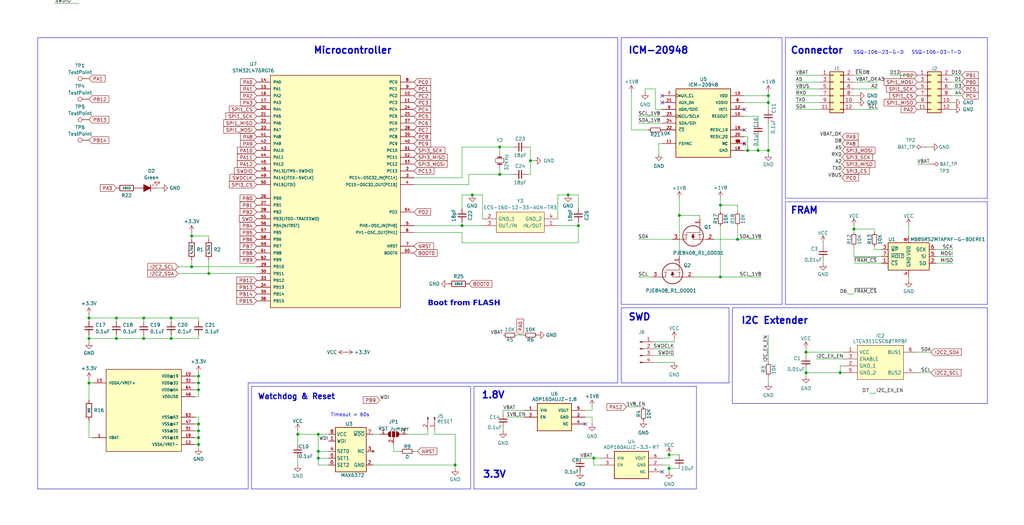
<source format=kicad_sch>
(kicad_sch (version 20250114) (generator "eeschema") (generator_version "9.0")
  (paper "User" 380 194.996)
  (title_block (title "HexSense Svalbard - MCU module") (date "2023-05-25") (rev "V1") (company "MIT Media Lab") (comment 1 "Fangzheng Liu"))
  (lib_symbols
    (symbol "ADP160AUJZ-1.5-R7:ADP160AUJZ-1.5-R7" (pin_names (offset 1.016))
      (property "Reference" "U4" (at 0 13.74 0))
      (property "Value" "ADP160AUJZ-3.3-R7" (at 0 11.692 0))
      (symbol "ADP160AUJZ-1.5-R7_0_0"
        (pin input line (at -11.43 7.62 0) (length 5.08) (name "VIN") (number "1"))
        (pin input line (at -11.43 5.08 0) (length 5.08) (name "EN") (number "3"))
        (pin output line (at 11.43 7.62 180) (length 5.08) (name "VOUT") (number "5"))
        (pin power_in line (at 11.43 5.08 180) (length 5.08) (name "GND") (number "2"))
      )
      (symbol "ADP160AUJZ-1.5-R7_1_0"
        (pin power_in line (at 11.43 2.54 180) (length 5.08) (name "NC") (number "4"))
      )
    )
    (symbol "Connector:Conn_01x02_Pin" (pin_names (offset 1.016) (hide yes))
      (property "Reference" "J" (at 0 2.54 0))
      (property "Value" "Conn_01x02_Pin" (at 0 -5.08 0))
      (symbol "Conn_01x02_Pin_1_1"
        (pin passive line (at 5.08 0 180) (length 3.81) (name "Pin_1") (number "1"))
        (pin passive line (at 5.08 -2.54 180) (length 3.81) (name "Pin_2") (number "2"))
      )
    )
    (symbol "Connector:Conn_01x04_Pin" (pin_names (offset 1.016) (hide yes))
      (property "Reference" "J" (at 0 5.08 0))
      (property "Value" "Conn_01x04_Pin" (at 0 -7.62 0))
      (symbol "Conn_01x04_Pin_1_1"
        (pin passive line (at 5.08 2.54 180) (length 3.81) (name "Pin_1") (number "1"))
        (pin passive line (at 5.08 0 180) (length 3.81) (name "Pin_2") (number "2"))
        (pin passive line (at 5.08 -2.54 180) (length 3.81) (name "Pin_3") (number "3"))
        (pin passive line (at 5.08 -5.08 180) (length 3.81) (name "Pin_4") (number "4"))
      )
    )
    (symbol "Connector:TestPoint" (pin_numbers (hide yes)) (pin_names (offset 0.762) (hide yes))
      (property "Reference" "TP" (at 0 6.858 0))
      (property "Value" "TestPoint" (at 0 5.08 0))
      (symbol "TestPoint_1_1"
        (pin passive line (at 0 0 90) (length 2.54) (name "1") (number "1"))
      )
    )
    (symbol "Connector:TestPoint_Alt" (pin_numbers (hide yes)) (pin_names (offset 0.762) (hide yes))
      (property "Reference" "TP" (at 0 6.858 0))
      (property "Value" "TestPoint_Alt" (at 0 5.08 0))
      (symbol "TestPoint_Alt_1_1"
        (pin passive line (at 0 0 90) (length 2.54) (name "1") (number "1"))
      )
    )
    (symbol "Connector_Generic:Conn_02x06_Odd_Even" (pin_names (offset 1.016) (hide yes))
      (property "Reference" "J" (at 1.27 7.62 0))
      (property "Value" "Conn_02x06_Odd_Even" (at 1.27 -10.16 0))
      (symbol "Conn_02x06_Odd_Even_1_1"
        (pin passive line (at -5.08 5.08 0) (length 3.81) (name "Pin_1") (number "1"))
        (pin passive line (at -5.08 2.54 0) (length 3.81) (name "Pin_3") (number "3"))
        (pin passive line (at -5.08 0 0) (length 3.81) (name "Pin_5") (number "5"))
        (pin passive line (at -5.08 -2.54 0) (length 3.81) (name "Pin_7") (number "7"))
        (pin passive line (at -5.08 -5.08 0) (length 3.81) (name "Pin_9") (number "9"))
        (pin passive line (at -5.08 -7.62 0) (length 3.81) (name "Pin_11") (number "11"))
        (pin passive line (at 7.62 5.08 180) (length 3.81) (name "Pin_2") (number "2"))
        (pin passive line (at 7.62 2.54 180) (length 3.81) (name "Pin_4") (number "4"))
        (pin passive line (at 7.62 0 180) (length 3.81) (name "Pin_6") (number "6"))
        (pin passive line (at 7.62 -2.54 180) (length 3.81) (name "Pin_8") (number "8"))
        (pin passive line (at 7.62 -5.08 180) (length 3.81) (name "Pin_10") (number "10"))
        (pin passive line (at 7.62 -7.62 180) (length 3.81) (name "Pin_12") (number "12"))
      )
    )
    (symbol "Device:C_Small" (pin_numbers (hide yes)) (pin_names (offset 0.254) (hide yes))
      (property "Reference" "C" (at 0.254 1.778 0))
      (property "Value" "C_Small" (at 0.254 -2.032 0))
      (symbol "C_Small_1_1"
        (pin passive line (at 0 2.54 270) (length 2.032) (name "~") (number "1"))
        (pin passive line (at 0 -2.54 90) (length 2.032) (name "~") (number "2"))
      )
    )
    (symbol "Device:Crystal_Small" (pin_numbers (hide yes)) (pin_names (offset 1.016) (hide yes))
      (property "Reference" "Y" (at 0 2.54 0))
      (property "Value" "Crystal_Small" (at 0 -2.54 0))
      (symbol "Crystal_Small_1_1"
        (pin passive line (at -2.54 0 0) (length 1.27) (name "1") (number "1"))
        (pin passive line (at 2.54 0 180) (length 1.27) (name "2") (number "2"))
      )
    )
    (symbol "Device:LED_Filled" (pin_numbers (hide yes)) (pin_names (offset 1.016) (hide yes))
      (property "Reference" "D" (at 0 2.54 0))
      (property "Value" "LED_Filled" (at 0 -2.54 0))
      (symbol "LED_Filled_1_1"
        (pin passive line (at -3.81 0 0) (length 2.54) (name "K") (number "1"))
        (pin passive line (at 3.81 0 180) (length 2.54) (name "A") (number "2"))
      )
    )
    (symbol "Device:R_Small" (pin_numbers (hide yes)) (pin_names (offset 0.254) (hide yes))
      (property "Reference" "R" (at 0.762 0.508 0))
      (property "Value" "R_Small" (at 0.762 -1.016 0))
      (symbol "R_Small_1_1"
        (pin passive line (at 0 2.54 270) (length 0.762) (name "~") (number "1"))
        (pin passive line (at 0 -2.54 90) (length 0.762) (name "~") (number "2"))
      )
    )
    (symbol "ICM-20948:ICM-20948" (pin_names (offset 1.016))
      (property "Reference" "U5" (at 0 21.36 0))
      (property "Value" "ICM-20948" (at 0 19.312 0))
      (symbol "ICM-20948_0_0"
        (pin input clock (at -15.24 15.24 0) (length 5.08) (name "AUX_CL") (number "7"))
        (pin bidirectional line (at -15.24 12.7 0) (length 5.08) (name "AUX_DA") (number "21"))
        (pin bidirectional line (at -15.24 10.16 0) (length 5.08) (name "AD0/SDO") (number "9"))
        (pin input clock (at -15.24 7.62 0) (length 5.08) (name "SCL/SCLK") (number "23"))
        (pin bidirectional line (at -15.24 5.08 0) (length 5.08) (name "SDA/SDI") (number "24"))
        (pin input line (at -15.24 2.54 0) (length 5.08) (name "~{CS}") (number "22"))
        (pin input line (at -15.24 -2.54 0) (length 5.08) (name "FSYNC") (number "11"))
        (pin power_in line (at 15.24 15.24 180) (length 5.08) (name "VDD") (number "13"))
        (pin power_in line (at 15.24 12.7 180) (length 5.08) (name "VDDIO") (number "8"))
        (pin output line (at 15.24 10.16 180) (length 5.08) (name "INT1") (number "12"))
        (pin output line (at 15.24 7.62 180) (length 5.08) (name "REGOUT") (number "10"))
        (pin passive line (at 15.24 2.54 180) (length 5.08) (name "RESV_19") (number "19"))
        (pin passive line (at 15.24 0 180) (length 5.08) (name "RESV_20") (number "20"))
        (pin no_connect line (at 15.24 -2.54 180) (length 5.08) (name "NC") (number "1"))
        (pin no_connect line (at 15.24 -2.54 180) (length 5.08) (name "NC") (number "14"))
        (pin no_connect line (at 15.24 -2.54 180) (length 5.08) (name "NC") (number "15"))
        (pin no_connect line (at 15.24 -2.54 180) (length 5.08) (name "NC") (number "16"))
        (pin no_connect line (at 15.24 -2.54 180) (length 5.08) (name "NC") (number "17"))
        (pin no_connect line (at 15.24 -2.54 180) (length 5.08) (name "NC") (number "2"))
        (pin no_connect line (at 15.24 -2.54 180) (length 5.08) (name "NC") (number "3"))
        (pin no_connect line (at 15.24 -2.54 180) (length 5.08) (name "NC") (number "4"))
        (pin no_connect line (at 15.24 -2.54 180) (length 5.08) (name "NC") (number "5"))
        (pin no_connect line (at 15.24 -2.54 180) (length 5.08) (name "NC") (number "6"))
        (pin power_in line (at 15.24 -5.08 180) (length 5.08) (name "GND") (number "18"))
      )
    )
    (symbol "Jumper:SolderJumper_3_Open" (pin_names (offset 0) (hide yes))
      (property "Reference" "JP" (at -2.54 -2.54 0))
      (property "Value" "SolderJumper_3_Open" (at 0 2.794 0))
      (symbol "SolderJumper_3_Open_1_1"
        (pin passive line (at -5.08 0 0) (length 2.54) (name "A") (number "1"))
        (pin passive line (at 0 -3.81 90) (length 2.54) (name "C") (number "2"))
        (pin passive line (at 5.08 0 180) (length 2.54) (name "B") (number "3"))
      )
    )
    (symbol "Memory_NVRAM:MB85RS2MT" (pin_names (offset 1.016))
      (property "Reference" "U" (at -7.62 6.35 0))
      (property "Value" "MB85RS2MT" (at 1.27 6.35 0))
      (symbol "MB85RS2MT_1_1"
        (pin input line (at -10.16 2.54 0) (length 2.54) (name "~{WP}") (number "3"))
        (pin input line (at -10.16 0 0) (length 2.54) (name "~{HOLD}") (number "7"))
        (pin input line (at -10.16 -2.54 0) (length 2.54) (name "~{CS}") (number "1"))
        (pin power_in line (at 0 7.62 270) (length 2.54) (name "VDD") (number "8"))
        (pin power_in line (at 0 -7.62 90) (length 2.54) (name "GND") (number "4"))
        (pin input line (at 10.16 2.54 180) (length 2.54) (name "SCK") (number "6"))
        (pin input line (at 10.16 0 180) (length 2.54) (name "SI") (number "5"))
        (pin output line (at 10.16 -2.54 180) (length 2.54) (name "SO") (number "2"))
      )
    )
    (symbol "PCM_JLCPCB-Resistors:0402,0Ω" (pin_numbers (hide yes)) (pin_names (offset 0))
      (property "Reference" "R" (at 1.778 0 0))
      (property "Value" "0Ω" (at 0 0 90))
      (symbol "0402,0Ω_1_1"
        (pin passive line (at 0 3.81 270) (length 1.27) (name "~") (number "1"))
        (pin passive line (at 0 -3.81 90) (length 1.27) (name "~") (number "2"))
      )
    )
    (symbol "PCM_JLCPCB-Resistors:0402,4.7kΩ" (pin_numbers (hide yes)) (pin_names (offset 0))
      (property "Reference" "R" (at 1.778 0 0))
      (property "Value" "4.7kΩ" (at 0 0 90))
      (symbol "0402,4.7kΩ_1_1"
        (pin passive line (at 0 3.81 270) (length 1.27) (name "~") (number "1"))
        (pin passive line (at 0 -3.81 90) (length 1.27) (name "~") (number "2"))
      )
    )
    (symbol "PCM_JLCPCB-Resistors:0603,1kΩ" (pin_numbers (hide yes)) (pin_names (offset 0))
      (property "Reference" "R" (at 1.778 0 0))
      (property "Value" "1kΩ" (at 0 0 90))
      (symbol "0603,1kΩ_1_1"
        (pin passive line (at 0 3.81 270) (length 1.27) (name "~") (number "1"))
        (pin passive line (at 0 -3.81 90) (length 1.27) (name "~") (number "2"))
      )
    )
    (symbol "PCM_JLCPCB-Resistors:1206,10kΩ" (pin_numbers (hide yes)) (pin_names (offset 0))
      (property "Reference" "R" (at 1.778 0 0))
      (property "Value" "10kΩ" (at 0 0 90))
      (symbol "1206,10kΩ_1_1"
        (pin passive line (at 0 3.81 270) (length 1.27) (name "~") (number "1"))
        (pin passive line (at 0 -3.81 90) (length 1.27) (name "~") (number "2"))
      )
    )
    (symbol "Power_Supervisor:MAX6372"
      (property "Reference" "U?" (at -1.778 12.192 0))
      (property "Value" "MAX6372" (at -2.032 10.16 0))
      (symbol "MAX6372_1_1"
        (pin power_in line (at -10.16 6.35 0) (length 2.54) (name "VCC") (number "8"))
        (pin input line (at -10.16 3.81 0) (length 2.54) (name "WDI") (number "1"))
        (pin input line (at -10.16 0 0) (length 2.54) (name "SET0") (number "4"))
        (pin input line (at -10.16 -2.54 0) (length 2.54) (name "SET1") (number "5"))
        (pin input line (at -10.16 -5.08 0) (length 2.54) (name "SET2") (number "6"))
        (pin output line (at 6.35 6.35 180) (length 2.54) (name "~{WDO}") (number "7"))
        (pin no_connect line (at 6.35 0 180) (length 2.54) (name "NC") (number "3"))
        (pin power_in line (at 6.35 -5.08 180) (length 2.54) (name "GND") (number "2"))
      )
    )
    (symbol "STM32L476RGT6:STM32L476RGT6" (pin_names (offset 1.016))
      (property "Reference" "U" (at -17.78 46.99 0))
      (property "Value" "STM32L476RGT6" (at -17.78 43.942 0))
      (symbol "STM32L476RGT6_0_0"
        (pin bidirectional line (at -83.82 -71.12 0) (length 5.08) (name "VDDA/VREF+") (number "13"))
        (pin bidirectional line (at -83.82 -91.44 0) (length 5.08) (name "VBAT") (number "1"))
        (pin power_in line (at -45.72 -68.58 180) (length 5.08) (name "VDD@19") (number "19"))
        (pin bidirectional line (at -45.72 -71.12 180) (length 5.08) (name "VDD@32") (number "32"))
        (pin bidirectional line (at -45.72 -73.66 180) (length 5.08) (name "VDD@64") (number "64"))
        (pin bidirectional line (at -45.72 -76.2 180) (length 5.08) (name "VDDUSB") (number "48"))
        (pin bidirectional line (at -45.72 -83.82 180) (length 5.08) (name "VSS@63") (number "63"))
        (pin bidirectional line (at -45.72 -86.36 180) (length 5.08) (name "VSS@47") (number "47"))
        (pin bidirectional line (at -45.72 -88.9 180) (length 5.08) (name "VSS@31") (number "31"))
        (pin bidirectional line (at -45.72 -91.44 180) (length 5.08) (name "VSS@18") (number "18"))
        (pin bidirectional line (at -45.72 -93.98 180) (length 5.08) (name "VSSA/VREF-") (number "12"))
        (pin bidirectional line (at -22.86 40.64 0) (length 5.08) (name "PA0") (number "14"))
        (pin bidirectional line (at -22.86 38.1 0) (length 5.08) (name "PA1") (number "15"))
        (pin bidirectional line (at -22.86 35.56 0) (length 5.08) (name "PA2") (number "16"))
        (pin bidirectional line (at -22.86 33.02 0) (length 5.08) (name "PA3") (number "17"))
        (pin power_in line (at -22.86 30.48 0) (length 5.08) (name "PA4") (number "20"))
        (pin bidirectional line (at -22.86 27.94 0) (length 5.08) (name "PA5") (number "21"))
        (pin bidirectional line (at -22.86 25.4 0) (length 5.08) (name "PA6") (number "22"))
        (pin input line (at -22.86 22.86 0) (length 5.08) (name "PA7") (number "23"))
        (pin power_in line (at -22.86 20.32 0) (length 5.08) (name "PA8") (number "41"))
        (pin bidirectional line (at -22.86 17.78 0) (length 5.08) (name "PA9") (number "42"))
        (pin bidirectional line (at -22.86 15.24 0) (length 5.08) (name "PA10") (number "43"))
        (pin bidirectional line (at -22.86 12.7 0) (length 5.08) (name "PA11") (number "44"))
        (pin bidirectional line (at -22.86 10.16 0) (length 5.08) (name "PA12") (number "45"))
        (pin bidirectional line (at -22.86 7.62 0) (length 5.08) (name "PA13(JTMS-SWDIO)") (number "46"))
        (pin bidirectional line (at -22.86 5.08 0) (length 5.08) (name "PA14(JTCK-SWCLK)") (number "49"))
        (pin bidirectional line (at -22.86 2.54 0) (length 5.08) (name "PA15(JTDI)") (number "50"))
        (pin power_in line (at -22.86 -2.54 0) (length 5.08) (name "PB0") (number "26"))
        (pin input line (at -22.86 -5.08 0) (length 5.08) (name "PB1") (number "27"))
        (pin input line (at -22.86 -7.62 0) (length 5.08) (name "PB2") (number "28"))
        (pin bidirectional line (at -22.86 -10.16 0) (length 5.08) (name "PB3(JTDO-TRACESWO)") (number "55"))
        (pin power_in line (at -22.86 -12.7 0) (length 5.08) (name "PB4(NJTRST)") (number "56"))
        (pin passive line (at -22.86 -15.24 0) (length 5.08) (name "PB5") (number "57"))
        (pin bidirectional line (at -22.86 -17.78 0) (length 5.08) (name "PB6") (number "58"))
        (pin bidirectional line (at -22.86 -20.32 0) (length 5.08) (name "PB7") (number "59"))
        (pin bidirectional line (at -22.86 -22.86 0) (length 5.08) (name "PB8") (number "61"))
        (pin bidirectional line (at -22.86 -25.4 0) (length 5.08) (name "PB9") (number "62"))
        (pin bidirectional line (at -22.86 -27.94 0) (length 5.08) (name "PB10") (number "29"))
        (pin bidirectional line (at -22.86 -30.48 0) (length 5.08) (name "PB11") (number "30"))
        (pin bidirectional line (at -22.86 -33.02 0) (length 5.08) (name "PB12") (number "33"))
        (pin bidirectional line (at -22.86 -35.56 0) (length 5.08) (name "PB13") (number "34"))
        (pin passive line (at -22.86 -38.1 0) (length 5.08) (name "PB14") (number "35"))
        (pin bidirectional line (at -22.86 -40.64 0) (length 5.08) (name "PB15") (number "36"))
        (pin bidirectional line (at 35.56 40.64 180) (length 5.08) (name "PC0") (number "8"))
        (pin power_in line (at 35.56 38.1 180) (length 5.08) (name "PC1") (number "9"))
        (pin power_in line (at 35.56 35.56 180) (length 5.08) (name "PC2") (number "10"))
        (pin bidirectional line (at 35.56 33.02 180) (length 5.08) (name "PC3") (number "11"))
        (pin output line (at 35.56 30.48 180) (length 5.08) (name "PC4") (number "24"))
        (pin power_in line (at 35.56 27.94 180) (length 5.08) (name "PC5") (number "25"))
        (pin bidirectional line (at 35.56 25.4 180) (length 5.08) (name "PC6") (number "37"))
        (pin power_in line (at 35.56 22.86 180) (length 5.08) (name "PC7") (number "38"))
        (pin bidirectional line (at 35.56 20.32 180) (length 5.08) (name "PC8") (number "39"))
        (pin bidirectional line (at 35.56 17.78 180) (length 5.08) (name "PC9") (number "40"))
        (pin bidirectional line (at 35.56 15.24 180) (length 5.08) (name "PC10") (number "51"))
        (pin bidirectional line (at 35.56 12.7 180) (length 5.08) (name "PC11") (number "52"))
        (pin bidirectional line (at 35.56 10.16 180) (length 5.08) (name "PC12") (number "53"))
        (pin bidirectional line (at 35.56 7.62 180) (length 5.08) (name "PC13") (number "2"))
        (pin bidirectional line (at 35.56 5.08 180) (length 5.08) (name "PC14-OSC32_IN(PC14)") (number "3"))
        (pin bidirectional line (at 35.56 2.54 180) (length 5.08) (name "PC15-OSC32_OUT(PC15)") (number "4"))
        (pin bidirectional line (at 35.56 -7.62 180) (length 5.08) (name "PD2") (number "54"))
        (pin bidirectional line (at 35.56 -12.7 180) (length 5.08) (name "PH0-OSC_IN(PH0)") (number "5"))
        (pin bidirectional line (at 35.56 -15.24 180) (length 5.08) (name "PH1-OSC_OUT(PH1)") (number "6"))
        (pin input line (at 35.56 -20.32 180) (length 5.08) (name "NRST") (number "7"))
        (pin bidirectional line (at 35.56 -22.86 180) (length 5.08) (name "BOOT0") (number "60"))
      )
    )
    (symbol "SamacSys_Parts:ECS-160-12-33-AGN-TR3" (pin_names (offset 0.762))
      (property "Reference" "Y2" (at 16.51 6.6337 0))
      (property "Value" "ECS-160-12-33-AGN-TR3" (at 16.51 4.2094 0))
      (symbol "ECS-160-12-33-AGN-TR3_0_0"
        (pin passive line (at 0 0 0) (length 5.08) (name "GND_2") (number "4"))
        (pin passive line (at 0 -2.54 0) (length 5.08) (name "IN/OUT") (number "1"))
        (pin passive line (at 27.94 0 180) (length 5.08) (name "GND_1") (number "2"))
        (pin passive line (at 27.94 -2.54 180) (length 5.08) (name "OUT/IN") (number "3"))
      )
    )
    (symbol "SamacSys_Parts:LTC4311CSC6#TRPBF" (pin_names (offset 0.762))
      (property "Reference" "IC2" (at 13.97 6.35 0))
      (property "Value" "LTC4311CSC6#TRPBF" (at 13.97 3.81 0))
      (symbol "LTC4311CSC6#TRPBF_0_0"
        (pin passive line (at 0 0 0) (length 5.08) (name "VCC") (number "1"))
        (pin passive line (at 0 -2.54 0) (length 5.08) (name "ENABLE") (number "3"))
        (pin passive line (at 0 -5.08 0) (length 5.08) (name "GND_1") (number "2"))
        (pin passive line (at 0 -7.62 0) (length 5.08) (name "GND_2") (number "5"))
        (pin passive line (at 27.305 0 180) (length 5.08) (name "BUS1") (number "6"))
        (pin passive line (at 27.305 -7.62 180) (length 5.08) (name "BUS2") (number "4"))
      )
    )
    (symbol "SamacSys_Parts:PJE8408_R1_00001" (pin_names (offset 0.762))
      (property "Reference" "Q" (at 11.43 3.81 0))
      (property "Value" "PJE8408_R1_00001" (at 11.43 1.27 0))
      (symbol "PJE8408_R1_00001_0_0"
        (pin passive line (at 0 0 0) (length 2.54) (name "~") (number "1"))
        (pin passive line (at 7.62 10.16 270) (length 2.54) (name "~") (number "3"))
        (pin passive line (at 7.62 -5.08 90) (length 2.54) (name "~") (number "2"))
      )
    )
    (symbol "power:+1V8" (power) (pin_names (offset 0))
      (property "Value" "+1V8" (at 0 3.556 0))
      (symbol "+1V8_1_1"
        (pin power_in line (at 0 0 90) (length 0) (hide yes) (name "+1V8") (number "1"))
      )
    )
    (symbol "power:+3.3V" (power) (pin_numbers (hide yes)) (pin_names (offset 0) (hide yes))
      (property "Value" "+3.3V" (at 0 3.556 0))
      (symbol "+3.3V_1_1"
        (pin power_in line (at 0 0 90) (length 0) (name "~") (number "1"))
      )
    )
    (symbol "power:GND" (power) (pin_names (offset 0))
      (property "Value" "GND" (at 0 -3.81 0))
      (symbol "GND_1_1"
        (pin power_in line (at 0 0 270) (length 0) (hide yes) (name "GND") (number "1"))
      )
    )
    (symbol "power:VCC" (power) (pin_names (offset 0))
      (property "Value" "VCC" (at 0 3.81 0))
      (symbol "VCC_1_1"
        (pin power_in line (at 0 0 90) (length 0) (hide yes) (name "VCC") (number "1"))
      )
    )
  )
  (rectangle (start 47.244 -15.24) (end 67.31 -12.192))
  (text "ICM-20948" (at 233.045 20.32 0) (effects (font (size 2.54 2.54) (thickness 0.508) (bold yes)) (justify left bottom)))
  (text "SSQ-106-03-T-D" (at 338.201 20.32 0) (effects (font (size 1.27 1.27)) (justify left bottom)))
  (text "1.8V" (at 178.562 148.336 0) (effects (font (size 2.54 2.54) (thickness 0.508) (bold yes)) (justify left bottom)))
  (text "Microcontroller" (at 116.205 20.32 0) (effects (font (size 2.54 2.54) (thickness 0.508) (bold yes)) (justify left bottom)))
  (text "FRAM" (at 293.243 79.756 0) (effects (font (size 2.54 2.54) (thickness 0.508) (bold yes)) (justify left bottom)))
  (text "Timeout > 60s" (at 137.16 154.94 0) (effects (font (size 1.27 1.27)) (justify right bottom)))
  (text "Watchdog & Reset" (at 124.46 148.59 0) (effects (font (size 2.032 2.032) (thickness 0.4) (bold yes)) (justify right bottom)))
  (text "SWD" (at 233.045 119.38 0) (effects (font (size 2.54 2.54) (thickness 0.508) (bold yes)) (justify left bottom)))
  (text "Connector" (at 293.243 20.32 0) (effects (font (size 2.54 2.54) (thickness 0.508) (bold yes)) (justify left bottom)))
  (text "3.3V" (at 179.07 177.8 0) (effects (font (size 2.54 2.54) (thickness 0.508) (bold yes)) (justify left bottom)))
  (text "Boot from FLASH" (at 172.212 113.284 0) (effects (font (size 2 2) (bold yes))))
  (text "Switch these 2 pins" (at 47.498 -12.7 0) (effects (font (size 1.27 1.27)) (justify left bottom)))
  (text "SSQ-106-23-G-D" (at 316.611 20.32 0) (effects (font (size 1.27 1.27)) (justify left bottom)))
  (text "I2C Extender" (at 274.955 120.65 0) (effects (font (size 2.54 2.54) (thickness 0.508) (bold yes)) (justify left bottom)))
  (junction (at 63.5 125.73))
  (junction (at 210.82 72.39))
  (junction (at 220.345 170.18))
  (junction (at 43.18 118.11))
  (junction (at 33.02 125.73))
  (junction (at 77.47 101.6))
  (junction (at 118.11 161.29))
  (junction (at 118.11 170.18))
  (junction (at 53.34 118.11))
  (junction (at 73.66 160.02))
  (junction (at 110.49 161.29))
  (junction (at 33.02 142.24))
  (junction (at 214.63 83.82))
  (junction (at 196.85 59.69))
  (junction (at 248.285 168.91))
  (junction (at 73.66 142.24))
  (junction (at 316.865 85.09))
  (junction (at 277.495 55.88))
  (junction (at 73.66 165.1))
  (junction (at 71.12 99.06))
  (junction (at 118.11 167.64))
  (junction (at 267.335 102.87))
  (junction (at 73.66 139.7))
  (junction (at 73.66 162.56))
  (junction (at 33.02 118.11))
  (junction (at 267.335 76.2))
  (junction (at 285.115 55.88))
  (junction (at 168.91 172.72))
  (junction (at 175.26 72.39))
  (junction (at 73.66 144.78))
  (junction (at 311.785 138.43))
  (junction (at 53.34 125.73))
  (junction (at 299.085 138.43))
  (junction (at 185.42 64.77))
  (junction (at 73.66 157.48))
  (junction (at 273.685 88.9))
  (junction (at 171.45 83.82))
  (junction (at 248.285 173.99))
  (junction (at 185.42 54.61))
  (junction (at 71.12 87.63))
  (junction (at 43.18 125.73))
  (junction (at 299.085 130.81))
  (junction (at 281.305 55.88))
  (junction (at 252.095 80.01))
  (junction (at 285.115 38.1))
  (junction (at 285.115 35.56))
  (junction (at 63.5 118.11))
  (no_connect (at 245.745 175.26))
  (no_connect (at 276.225 48.26))
  (no_connect (at 245.745 35.56))
  (no_connect (at 29.21 -69.85))
  (no_connect (at 245.745 38.1))
  (no_connect (at 276.225 53.34))
  (no_connect (at 29.21 -44.45))
  (no_connect (at 217.17 157.48))
  (no_connect (at 276.225 40.64))
  (wire (pts (xy 121.92 167.64) (xy 118.11 167.64)))
  (wire (pts (xy 285.115 45.72) (xy 285.115 55.88)))
  (wire (pts (xy 73.66 162.56) (xy 73.66 165.1)))
  (wire (pts (xy 138.43 172.72) (xy 168.91 172.72)))
  (wire (pts (xy 20.32 -46.99) (xy 29.21 -46.99)))
  (polyline (pts (xy 366.395 73.66) (xy 291.465 73.66)))
  (wire (pts (xy 12.7 -21.59) (xy 29.21 -21.59)))
  (wire (pts (xy 33.02 116.84) (xy 33.02 118.11)))
  (wire (pts (xy 215.265 170.18) (xy 220.345 170.18)))
  (wire (pts (xy 324.485 92.71) (xy 327.025 92.71)))
  (wire (pts (xy 20.32 -29.21) (xy 29.21 -29.21)))
  (wire (pts (xy 234.315 48.26) (xy 240.665 48.26)))
  (wire (pts (xy 217.17 154.94) (xy 219.71 154.94)))
  (wire (pts (xy 63.5 118.11) (xy 63.5 119.38)))
  (wire (pts (xy 340.36 130.81) (xy 345.44 130.81)))
  (polyline (pts (xy 230.505 114.3) (xy 270.51 114.3)))
  (wire (pts (xy 33.02 162.56) (xy 34.29 162.56)))
  (wire (pts (xy 311.785 135.89) (xy 311.785 138.43)))
  (wire (pts (xy 316.865 91.44) (xy 316.865 95.25)))
  (polyline (pts (xy 366.395 114.3) (xy 366.395 149.86)))
  (wire (pts (xy 273.685 88.9) (xy 282.575 88.9)))
  (wire (pts (xy 190.5 64.77) (xy 185.42 64.77)))
  (wire (pts (xy 33.02 156.21) (xy 33.02 162.56)))
  (polyline (pts (xy 92.075 142.24) (xy 229.235 142.24)))
  (wire (pts (xy 171.45 72.39) (xy 171.45 77.47)))
  (wire (pts (xy 43.18 124.46) (xy 43.18 125.73)))
  (wire (pts (xy 20.32 -34.29) (xy 29.21 -34.29)))
  (wire (pts (xy 196.85 54.61) (xy 196.85 59.69)))
  (polyline (pts (xy 174.625 181.61) (xy 93.345 181.61)))
  (polyline (pts (xy 175.895 143.51) (xy 175.895 181.61)))
  (wire (pts (xy 48.26 -49.53) (xy 54.61 -49.53)))
  (wire (pts (xy 214.63 83.82) (xy 214.63 90.17)))
  (wire (pts (xy 207.01 72.39) (xy 207.01 81.28)))
  (wire (pts (xy 73.66 165.1) (xy 73.66 166.37)))
  (wire (pts (xy 353.06 38.1) (xy 353.695 38.1)))
  (wire (pts (xy 161.29 161.29) (xy 168.91 161.29)))
  (wire (pts (xy 244.475 53.34) (xy 244.475 57.15)))
  (wire (pts (xy 313.055 135.89) (xy 311.785 135.89)))
  (wire (pts (xy 33.02 124.46) (xy 33.02 125.73)))
  (wire (pts (xy 33.02 125.73) (xy 43.18 125.73)))
  (wire (pts (xy 71.12 87.63) (xy 71.12 88.9)))
  (wire (pts (xy 48.26 -19.05) (xy 54.61 -19.05)))
  (wire (pts (xy 53.34 118.11) (xy 63.5 118.11)))
  (wire (pts (xy 276.225 38.1) (xy 285.115 38.1)))
  (wire (pts (xy 316.865 38.1) (xy 318.135 38.1)))
  (wire (pts (xy 242.57 132.08) (xy 250.19 132.08)))
  (wire (pts (xy 179.07 83.82) (xy 171.45 83.82)))
  (polyline (pts (xy 270.51 114.3) (xy 270.51 142.24)))
  (wire (pts (xy 267.335 76.2) (xy 273.685 76.2)))
  (wire (pts (xy 186.69 152.4) (xy 186.69 153.67)))
  (wire (pts (xy 242.57 134.62) (xy 250.19 134.62)))
  (wire (pts (xy 191.77 124.46) (xy 194.31 124.46)))
  (wire (pts (xy 347.345 95.25) (xy 353.695 95.25)))
  (polyline (pts (xy 92.075 181.61) (xy 92.075 142.24)))
  (wire (pts (xy 340.36 60.96) (xy 344.17 60.96)))
  (wire (pts (xy 12.7 -1.27) (xy 29.21 -1.27)))
  (wire (pts (xy 48.26 -69.85) (xy 54.61 -69.85)))
  (wire (pts (xy 77.47 87.63) (xy 71.12 87.63)))
  (wire (pts (xy 252.095 80.01) (xy 252.095 95.25)))
  (wire (pts (xy 20.32 -24.13) (xy 29.21 -24.13)))
  (wire (pts (xy 295.275 27.94) (xy 304.165 27.94)))
  (wire (pts (xy 273.685 83.82) (xy 273.685 88.9)))
  (polyline (pts (xy 229.235 142.24) (xy 229.235 13.97)))
  (wire (pts (xy 198.12 59.69) (xy 196.85 59.69)))
  (wire (pts (xy 243.205 40.64) (xy 243.205 33.02)))
  (polyline (pts (xy 271.78 114.3) (xy 366.395 114.3)))
  (wire (pts (xy 63.5 125.73) (xy 73.66 125.73)))
  (wire (pts (xy 171.45 82.55) (xy 171.45 83.82)))
  (wire (pts (xy 20.32 -26.67) (xy 29.21 -26.67)))
  (wire (pts (xy 72.39 165.1) (xy 73.66 165.1)))
  (wire (pts (xy 110.49 161.29) (xy 118.11 161.29)))
  (wire (pts (xy 214.63 82.55) (xy 214.63 83.82)))
  (wire (pts (xy 324.485 86.36) (xy 324.485 85.09)))
  (wire (pts (xy 276.225 43.18) (xy 281.305 43.18)))
  (wire (pts (xy 73.66 139.7) (xy 73.66 138.43)))
  (polyline (pts (xy 259.715 142.24) (xy 259.715 142.24)))
  (wire (pts (xy 185.42 62.23) (xy 185.42 64.77)))
  (polyline (pts (xy 259.715 142.24) (xy 270.51 142.24)))
  (wire (pts (xy 196.85 64.77) (xy 195.58 64.77)))
  (wire (pts (xy 118.11 172.72) (xy 121.92 172.72)))
  (wire (pts (xy 305.435 97.79) (xy 305.435 96.52)))
  (wire (pts (xy 171.45 54.61) (xy 171.45 66.04)))
  (wire (pts (xy 281.305 43.18) (xy 281.305 45.72)))
  (wire (pts (xy 73.66 154.94) (xy 73.66 157.48)))
  (wire (pts (xy 185.42 54.61) (xy 185.42 57.15)))
  (wire (pts (xy 72.39 157.48) (xy 73.66 157.48)))
  (wire (pts (xy 153.67 83.82) (xy 171.45 83.82)))
  (wire (pts (xy 239.395 33.02) (xy 239.395 34.29)))
  (wire (pts (xy 20.32 -57.15) (xy 29.21 -57.15)))
  (wire (pts (xy 72.39 162.56) (xy 73.66 162.56)))
  (wire (pts (xy 267.335 102.87) (xy 282.575 102.87)))
  (wire (pts (xy 185.42 64.77) (xy 173.99 64.77)))
  (wire (pts (xy 73.66 144.78) (xy 73.66 142.24)))
  (wire (pts (xy 43.18 118.11) (xy 53.34 118.11)))
  (wire (pts (xy 118.11 161.29) (xy 118.11 167.64)))
  (wire (pts (xy 73.66 160.02) (xy 73.66 162.56)))
  (wire (pts (xy 53.34 125.73) (xy 63.5 125.73)))
  (wire (pts (xy 267.335 83.82) (xy 267.335 102.87)))
  (polyline (pts (xy 291.465 74.93) (xy 366.395 74.93)))
  (wire (pts (xy 299.085 129.54) (xy 299.085 130.81)))
  (wire (pts (xy 48.26 -54.61) (xy 54.61 -54.61)))
  (wire (pts (xy 295.275 40.64) (xy 304.165 40.64)))
  (wire (pts (xy 179.07 72.39) (xy 175.26 72.39)))
  (wire (pts (xy 20.32 -31.75) (xy 29.21 -31.75)))
  (wire (pts (xy 316.865 95.25) (xy 327.025 95.25)))
  (wire (pts (xy 118.11 167.64) (xy 118.11 170.18)))
  (wire (pts (xy 20.32 -41.91) (xy 29.21 -41.91)))
  (wire (pts (xy 299.085 137.16) (xy 299.085 138.43)))
  (polyline (pts (xy 366.395 13.97) (xy 366.395 73.66)))
  (polyline (pts (xy 230.505 13.97) (xy 230.505 113.03)))
  (wire (pts (xy 257.175 102.87) (xy 267.335 102.87)))
  (wire (pts (xy 110.49 170.18) (xy 110.49 172.72)))
  (wire (pts (xy 195.58 54.61) (xy 196.85 54.61)))
  (wire (pts (xy 118.11 170.18) (xy 121.92 170.18)))
  (wire (pts (xy 194.31 154.94) (xy 187.96 154.94)))
  (wire (pts (xy 20.32 -8.89) (xy 29.21 -8.89)))
  (wire (pts (xy 196.85 59.69) (xy 196.85 64.77)))
  (wire (pts (xy 322.58 146.05) (xy 325.12 146.05)))
  (wire (pts (xy 353.06 35.56) (xy 356.87 35.56)))
  (wire (pts (xy 285.115 139.7) (xy 285.115 142.24)))
  (wire (pts (xy 118.11 170.18) (xy 118.11 172.72)))
  (polyline (pts (xy 366.395 113.03) (xy 291.465 113.03)))
  (wire (pts (xy 153.67 66.04) (xy 171.45 66.04)))
  (polyline (pts (xy 175.895 143.51) (xy 258.445 143.51)))
  (wire (pts (xy 20.32 -52.07) (xy 29.21 -52.07)))
  (wire (pts (xy 118.11 161.29) (xy 121.92 161.29)))
  (wire (pts (xy 344.17 54.61) (xy 345.44 54.61)))
  (wire (pts (xy 179.07 81.28) (xy 179.07 72.39)))
  (wire (pts (xy 168.91 172.72) (xy 168.91 173.99)))
  (wire (pts (xy 248.285 175.26) (xy 248.285 173.99)))
  (wire (pts (xy 48.26 -46.99) (xy 54.61 -46.99)))
  (wire (pts (xy 214.63 77.47) (xy 214.63 72.39)))
  (wire (pts (xy 267.335 76.2) (xy 267.335 78.74)))
  (wire (pts (xy 245.745 172.72) (xy 248.285 172.72)))
  (wire (pts (xy 161.29 160.02) (xy 161.29 161.29)))
  (polyline (pts (xy 258.445 143.51) (xy 258.445 181.61)))
  (wire (pts (xy 252.095 73.66) (xy 252.095 80.01)))
  (polyline (pts (xy 291.465 74.93) (xy 291.465 113.03)))
  (wire (pts (xy 158.75 160.02) (xy 158.75 161.29)))
  (wire (pts (xy 232.41 151.13) (xy 238.76 151.13)))
  (wire (pts (xy 299.085 130.81) (xy 299.085 132.08)))
  (wire (pts (xy 214.63 83.82) (xy 207.01 83.82)))
  (wire (pts (xy 29.21 1.27) (xy 20.32 1.27)))
  (wire (pts (xy 236.855 45.72) (xy 245.745 45.72)))
  (wire (pts (xy 242.57 129.54) (xy 250.19 129.54)))
  (wire (pts (xy 168.91 161.29) (xy 168.91 172.72)))
  (wire (pts (xy 285.115 55.88) (xy 285.115 57.15)))
  (wire (pts (xy 77.47 96.52) (xy 77.47 101.6)))
  (polyline (pts (xy 230.505 13.97) (xy 290.195 13.97)))
  (wire (pts (xy 43.18 118.11) (xy 43.18 119.38)))
  (wire (pts (xy 337.185 83.82) (xy 337.185 87.63)))
  (wire (pts (xy 340.36 138.43) (xy 345.44 138.43)))
  (wire (pts (xy 299.085 138.43) (xy 311.785 138.43)))
  (wire (pts (xy 20.32 -72.39) (xy 29.21 -72.39)))
  (wire (pts (xy 72.39 160.02) (xy 73.66 160.02)))
  (wire (pts (xy 210.82 72.39) (xy 207.01 72.39)))
  (wire (pts (xy 173.99 64.77) (xy 173.99 68.58)))
  (wire (pts (xy 33.02 125.73) (xy 33.02 127)))
  (wire (pts (xy 295.275 33.02) (xy 304.165 33.02)))
  (wire (pts (xy 71.12 86.36) (xy 71.12 87.63)))
  (wire (pts (xy 285.115 38.1) (xy 285.115 35.56)))
  (wire (pts (xy 186.69 152.4) (xy 194.31 152.4)))
  (wire (pts (xy 220.345 170.18) (xy 222.885 170.18)))
  (wire (pts (xy 110.49 161.29) (xy 110.49 165.1)))
  (wire (pts (xy 314.325 109.22) (xy 316.865 109.22)))
  (wire (pts (xy 151.13 161.29) (xy 158.75 161.29)))
  (wire (pts (xy 73.66 142.24) (xy 73.66 139.7)))
  (wire (pts (xy 5.08 -19.05) (xy 29.21 -19.05)))
  (wire (pts (xy 138.43 161.29) (xy 140.97 161.29)))
  (wire (pts (xy 295.275 35.56) (xy 304.165 35.56)))
  (wire (pts (xy 33.02 142.24) (xy 33.02 148.59)))
  (wire (pts (xy 175.26 72.39) (xy 171.45 72.39)))
  (wire (pts (xy 337.185 102.87) (xy 337.185 104.14)))
  (wire (pts (xy 214.63 72.39) (xy 210.82 72.39)))
  (wire (pts (xy 73.66 157.48) (xy 73.66 160.02)))
  (polyline (pts (xy 291.465 13.97) (xy 366.395 13.97)))
  (wire (pts (xy 72.39 144.78) (xy 73.66 144.78)))
  (wire (pts (xy 20.32 -36.83) (xy 29.21 -36.83)))
  (wire (pts (xy 20.32 -49.53) (xy 29.21 -49.53)))
  (wire (pts (xy 53.34 118.11) (xy 53.34 119.38)))
  (wire (pts (xy 63.5 118.11) (xy 73.66 118.11)))
  (wire (pts (xy 33.02 140.97) (xy 33.02 142.24)))
  (wire (pts (xy 48.26 -52.07) (xy 54.61 -52.07)))
  (polyline (pts (xy 258.445 181.61) (xy 175.895 181.61)))
  (wire (pts (xy 295.275 38.1) (xy 304.165 38.1)))
  (wire (pts (xy 248.285 168.91) (xy 252.095 168.91)))
  (wire (pts (xy 43.18 125.73) (xy 53.34 125.73)))
  (polyline (pts (xy 366.395 149.86) (xy 271.78 149.86)))
  (wire (pts (xy 73.66 125.73) (xy 73.66 124.46)))
  (wire (pts (xy 277.495 50.8) (xy 277.495 55.88)))
  (wire (pts (xy 316.865 33.02) (xy 325.755 33.02)))
  (wire (pts (xy 20.32 -64.77) (xy 29.21 -64.77)))
  (polyline (pts (xy 174.625 143.51) (xy 174.625 181.61)))
  (wire (pts (xy 311.785 138.43) (xy 313.055 138.43)))
  (wire (pts (xy 245.745 53.34) (xy 244.475 53.34)))
  (polyline (pts (xy 230.505 142.24) (xy 259.715 142.24)))
  (wire (pts (xy 316.865 27.94) (xy 320.04 27.94)))
  (wire (pts (xy 234.315 34.29) (xy 234.315 48.26)))
  (wire (pts (xy 186.69 160.02) (xy 186.69 158.75)))
  (wire (pts (xy 353.06 27.94) (xy 356.87 27.94)))
  (wire (pts (xy 236.855 43.18) (xy 245.745 43.18)))
  (wire (pts (xy 48.26 -16.51) (xy 54.61 -16.51)))
  (wire (pts (xy 222.885 172.72) (xy 220.345 172.72)))
  (wire (pts (xy 248.285 173.99) (xy 252.095 173.99)))
  (wire (pts (xy 243.205 33.02) (xy 239.395 33.02)))
  (polyline (pts (xy 271.78 114.3) (xy 271.78 149.86)))
  (wire (pts (xy 248.285 172.72) (xy 248.285 173.99)))
  (wire (pts (xy 220.345 170.18) (xy 220.345 172.72)))
  (wire (pts (xy 264.795 88.9) (xy 273.685 88.9)))
  (wire (pts (xy 250.19 127) (xy 250.19 125.73)))
  (wire (pts (xy 245.745 170.18) (xy 248.285 170.18)))
  (wire (pts (xy 353.06 33.02) (xy 356.87 33.02)))
  (wire (pts (xy 353.695 92.71) (xy 347.345 92.71)))
  (wire (pts (xy 72.39 147.32) (xy 73.66 147.32)))
  (wire (pts (xy 316.865 83.82) (xy 316.865 85.09)))
  (wire (pts (xy 110.49 160.02) (xy 110.49 161.29)))
  (wire (pts (xy 285.115 35.56) (xy 285.115 34.29)))
  (wire (pts (xy 324.485 85.09) (xy 316.865 85.09)))
  (wire (pts (xy 324.485 91.44) (xy 324.485 92.71)))
  (wire (pts (xy 72.39 139.7) (xy 73.66 139.7)))
  (wire (pts (xy 71.12 99.06) (xy 95.25 99.06)))
  (wire (pts (xy 77.47 101.6) (xy 95.25 101.6)))
  (wire (pts (xy 316.865 30.48) (xy 325.755 30.48)))
  (wire (pts (xy 66.04 101.6) (xy 77.47 101.6)))
  (wire (pts (xy 71.12 96.52) (xy 71.12 99.06)))
  (wire (pts (xy 353.06 40.64) (xy 353.695 40.64)))
  (wire (pts (xy 316.865 40.64) (xy 325.755 40.64)))
  (wire (pts (xy 73.66 147.32) (xy 73.66 144.78)))
  (wire (pts (xy 242.57 127) (xy 250.19 127)))
  (wire (pts (xy 58.42 69.85) (xy 59.69 69.85)))
  (wire (pts (xy 20.32 -39.37) (xy 29.21 -39.37)))
  (wire (pts (xy 33.02 118.11) (xy 33.02 119.38)))
  (wire (pts (xy 48.26 -67.31) (xy 54.61 -67.31)))
  (polyline (pts (xy 13.97 13.97) (xy 13.97 181.61)))
  (wire (pts (xy 153.67 167.64) (xy 154.94 167.64)))
  (wire (pts (xy 33.02 142.24) (xy 34.29 142.24)))
  (wire (pts (xy 316.865 35.56) (xy 318.135 35.56)))
  (wire (pts (xy 77.47 88.9) (xy 77.47 87.63)))
  (wire (pts (xy 171.45 90.17) (xy 171.45 86.36)))
  (wire (pts (xy 281.305 55.88) (xy 285.115 55.88)))
  (wire (pts (xy 285.115 124.46) (xy 285.115 134.62)))
  (wire (pts (xy 20.32 -6.35) (xy 29.21 -6.35)))
  (wire (pts (xy 219.71 154.94) (xy 219.71 157.48)))
  (wire (pts (xy 302.895 133.35) (xy 313.055 133.35)))
  (wire (pts (xy 245.745 40.64) (xy 243.205 40.64)))
  (wire (pts (xy 248.285 170.18) (xy 248.285 168.91)))
  (wire (pts (xy 20.32 -59.69) (xy 29.21 -59.69)))
  (wire (pts (xy 273.685 76.2) (xy 273.685 78.74)))
  (wire (pts (xy 252.095 80.01) (xy 259.715 80.01)))
  (wire (pts (xy 353.06 30.48) (xy 356.87 30.48)))
  (wire (pts (xy 236.855 88.9) (xy 249.555 88.9)))
  (wire (pts (xy 276.225 50.8) (xy 277.495 50.8)))
  (wire (pts (xy 29.21 -13.97) (xy 20.32 -13.97)))
  (wire (pts (xy 33.02 118.11) (xy 43.18 118.11)))
  (polyline (pts (xy 93.345 143.51) (xy 93.345 181.61)))
  (wire (pts (xy 299.085 138.43) (xy 299.085 139.7)))
  (wire (pts (xy 146.05 167.64) (xy 148.59 167.64)))
  (wire (pts (xy 347.345 97.79) (xy 353.695 97.79)))
  (polyline (pts (xy 93.345 143.51) (xy 174.625 143.51)))
  (wire (pts (xy 295.275 30.48) (xy 304.165 30.48)))
  (wire (pts (xy 72.39 154.94) (xy 73.66 154.94)))
  (polyline (pts (xy 229.235 13.97) (xy 13.97 13.97)))
  (wire (pts (xy 20.32 -54.61) (xy 29.21 -54.61)))
  (wire (pts (xy 146.05 167.64) (xy 146.05 165.1)))
  (polyline (pts (xy 13.97 181.61) (xy 92.075 181.61)))
  (wire (pts (xy 276.225 55.88) (xy 277.495 55.88)))
  (wire (pts (xy 219.71 151.13) (xy 219.71 152.4)))
  (wire (pts (xy 316.865 97.79) (xy 327.025 97.79)))
  (wire (pts (xy 305.435 90.17) (xy 305.435 91.44)))
  (wire (pts (xy 259.715 81.28) (xy 259.715 80.01)))
  (wire (pts (xy 285.115 38.1) (xy 285.115 40.64)))
  (wire (pts (xy 185.42 54.61) (xy 190.5 54.61)))
  (wire (pts (xy 171.45 90.17) (xy 214.63 90.17)))
  (wire (pts (xy 276.225 35.56) (xy 285.115 35.56)))
  (wire (pts (xy 20.32 -67.31) (xy 29.21 -67.31)))
  (wire (pts (xy 267.335 73.66) (xy 267.335 76.2)))
  (polyline (pts (xy 366.395 74.93) (xy 366.395 113.03)))
  (polyline (pts (xy 290.195 13.97) (xy 290.195 113.03)))
  (wire (pts (xy 330.2 27.94) (xy 340.36 27.94)))
  (wire (pts (xy 66.04 99.06) (xy 71.12 99.06)))
  (wire (pts (xy 72.39 142.24) (xy 73.66 142.24)))
  (wire (pts (xy 185.42 54.61) (xy 171.45 54.61)))
  (wire (pts (xy 20.32 -62.23) (xy 29.21 -62.23)))
  (wire (pts (xy 153.67 68.58) (xy 173.99 68.58)))
  (wire (pts (xy 20.32 -16.51) (xy 29.21 -16.51)))
  (wire (pts (xy 316.865 85.09) (xy 316.865 86.36)))
  (wire (pts (xy 217.17 152.4) (xy 219.71 152.4)))
  (wire (pts (xy 53.34 124.46) (xy 53.34 125.73)))
  (wire (pts (xy 236.855 102.87) (xy 241.935 102.87)))
  (wire (pts (xy 153.67 86.36) (xy 171.45 86.36)))
  (wire (pts (xy 299.085 130.81) (xy 313.055 130.81)))
  (wire (pts (xy 277.495 55.88) (xy 281.305 55.88)))
  (wire (pts (xy 281.305 50.8) (xy 281.305 55.88)))
  (polyline (pts (xy 230.505 114.3) (xy 230.505 142.24)))
  (wire (pts (xy 73.66 118.11) (xy 73.66 119.38)))
  (polyline (pts (xy 230.505 113.03) (xy 290.195 113.03)))
  (wire (pts (xy 63.5 125.73) (xy 63.5 124.46)))
  (polyline (pts (xy 291.465 13.97) (xy 291.465 73.66)))
  (label "RXD" (at 295.275 35.56 0))
  (label "SDA" (at 20.32 -21.59 0))
  (label "A2" (at 312.42 60.96 180))
  (label "USB+" (at 20.32 -13.97 0))
  (label "D4" (at 20.32 -57.15 0))
  (label "A1" (at 54.61 -54.61 180))
  (label "A3" (at 20.32 -67.31 0))
  (label "SWDCLK" (at 20.32 -1.27 0))
  (label "D0" (at 20.32 -49.53 0))
  (label "~{FRAM_CS}" (at 316.865 97.79 0))
  (label "D1" (at 20.32 -52.07 0))
  (label "MISO" (at 20.32 -46.99 0))
  (label "MOSI" (at 54.61 -49.53 180))
  (label "A5" (at 312.42 55.88 180))
  (label "SDA" (at 236.855 88.9 0))
  (label "SCL" (at 20.32 -19.05 0))
  (label "1V8_EN" (at 187.96 154.94 0))
  (label "A5" (at 54.61 -69.85 180))
  (label "D11" (at 20.32 -36.83 0))
  (label "D8" (at 312.42 53.34 180))
  (label "D2" (at 20.32 -41.91 0))
  (label "D1" (at 356.87 30.48 180))
  (label "MISO" (at 353.695 97.79 180))
  (label "TXD" (at 295.275 38.1 0))
  (label "TXD" (at 54.61 -16.51 180))
  (label "RXLED" (at 54.61 -67.31 180))
  (label "SCL" (at 236.855 102.87 0))
  (label "TXD" (at 312.42 63.5 180))
  (label "~{EN}" (at 320.04 27.94 180))
  (label "A5" (at 295.275 30.48 0))
  (label "VBAT" (at 186.69 152.4 0))
  (label "MPPT_EN" (at 20.32 -6.35 0))
  (label "VBAT_OK" (at 312.42 50.8 180))
  (label "SCL_1V8" (at 282.575 102.87 180))
  (label "D9" (at 20.32 -59.69 0))
  (label "D10" (at 356.87 27.94 180))
  (label "D8" (at 320.04 27.94 0))
  (label "SWDCLK" (at 250.19 129.54 180))
  (label "D7" (at 20.32 -24.13 0))
  (label "VBAT" (at 295.275 27.94 0))
  (label "~{FRAM_CS}" (at 316.865 109.22 0))
  (label "A2" (at 54.61 -52.07 180))
  (label "VBAT" (at 340.36 60.96 0))
  (label "VBAT" (at 215.265 170.18 0))
  (label "1V8_EN" (at 232.41 151.13 0))
  (label "1V8_EN" (at 20.32 -8.89 0))
  (label "D3" (at 20.32 -54.61 0))
  (label "VBAT_OK" (at 325.755 30.48 180))
  (label "WDI" (at 140.97 148.59 0))
  (label "USB-" (at 20.32 -16.51 0))
  (label "MOSI" (at 353.695 95.25 180))
  (label "D12" (at 330.2 27.94 0))
  (label "A4" (at 356.87 35.56 180))
  (label "D6" (at 20.32 -26.67 0))
  (label "SDA_1V8" (at 282.575 88.9 180))
  (label "SDA_1V8" (at 236.855 45.72 0))
  (label "SCL" (at 345.44 138.43 180))
  (label "I2C_EX_EN" (at 285.115 124.46 270))
  (label "RXD" (at 312.42 58.42 180))
  (label "WDI" (at 121.92 163.83 180))
  (label "SDA" (at 345.44 130.81 180))
  (label "SCK" (at 353.695 92.71 180))
  (label "A4" (at 20.32 -64.77 0))
  (label "D10" (at 20.32 -31.75 0))
  (label "D5" (at 20.32 -39.37 0))
  (label "SDA" (at 295.275 40.64 0))
  (label "A2" (at 325.755 33.02 180))
  (label "VBUS" (at 312.42 66.04 180))
  (label "SCK" (at 54.61 -46.99 180))
  (label "SCL_1V8" (at 236.855 43.18 0))
  (label "A0" (at 20.32 -72.39 0))
  (label "D7" (at 322.58 146.05 180))
  (label "D8" (at 20.32 -62.23 0))
  (label "VBAT" (at 186.69 124.46 180))
  (label "D3" (at 356.87 33.02 180))
  (label "A3" (at 325.755 30.48 0))
  (label "RXD" (at 54.61 -19.05 180))
  (label "D12" (at 20.32 -29.21 0))
  (label "D6" (at 314.325 109.22 180))
  (label "I2C_EX_EN" (at 325.12 146.05 0))
  (label "D13" (at 20.32 -34.29 0))
  (label "SWDIO" (at 20.32 1.27 0))
  (label "SCL" (at 325.755 40.64 180))
  (label "SWDIO" (at 250.19 132.08 180))
  (label "VBUS" (at 295.275 33.02 0))
  (label "I2C_EX_EN" (at 302.895 133.35 0))
  (global_label "PA10" (shape input) (at 95.25 55.88 180) (property "Intersheetrefs" "${INTERSHEET_REFS}" (effects (hide yes))))
  (global_label "SPI3_CS" (shape input) (at 95.25 68.58 180) (property "Intersheetrefs" "${INTERSHEET_REFS}" (effects (hide yes))))
  (global_label "PB9" (shape input) (at 95.25 96.52 180) (property "Intersheetrefs" "${INTERSHEET_REFS}" (effects (hide yes))))
  (global_label "SPI3_MISO" (shape input) (at 312.42 60.96 0) (property "Intersheetrefs" "${INTERSHEET_REFS}" (effects (hide yes))))
  (global_label "PC9" (shape input) (at 153.67 53.34 0) (property "Intersheetrefs" "${INTERSHEET_REFS}" (effects (hide yes))))
  (global_label "NRST" (shape input) (at 154.94 167.64 0) (property "Intersheetrefs" "${INTERSHEET_REFS}" (effects (hide yes))))
  (global_label "PC4" (shape input) (at 153.67 40.64 0) (property "Intersheetrefs" "${INTERSHEET_REFS}" (effects (hide yes))))
  (global_label "PC13" (shape input) (at 153.67 63.5 0) (property "Intersheetrefs" "${INTERSHEET_REFS}" (effects (hide yes))))
  (global_label "PC5" (shape input) (at 153.67 43.18 0) (property "Intersheetrefs" "${INTERSHEET_REFS}" (effects (hide yes))))
  (global_label "PC1" (shape input) (at 153.67 33.02 0) (property "Intersheetrefs" "${INTERSHEET_REFS}" (effects (hide yes))))
  (global_label "SPI1_SCK" (shape input) (at 340.36 33.02 180) (property "Intersheetrefs" "${INTERSHEET_REFS}" (effects (hide yes))))
  (global_label "PA9" (shape input) (at 312.42 50.8 0) (property "Intersheetrefs" "${INTERSHEET_REFS}" (effects (hide yes))))
  (global_label "SPI1_CS" (shape input) (at 95.25 40.64 180) (property "Intersheetrefs" "${INTERSHEET_REFS}" (effects (hide yes))))
  (global_label "SPI1_CS" (shape input) (at 340.36 35.56 180) (property "Intersheetrefs" "${INTERSHEET_REFS}" (effects (hide yes))))
  (global_label "PB13" (shape input) (at 95.25 106.68 180) (property "Intersheetrefs" "${INTERSHEET_REFS}" (effects (hide yes))))
  (global_label "PB8" (shape input) (at 95.25 93.98 180) (property "Intersheetrefs" "${INTERSHEET_REFS}" (effects (hide yes))))
  (global_label "PA0" (shape input) (at 95.25 30.48 180) (property "Intersheetrefs" "${INTERSHEET_REFS}" (effects (hide yes))))
  (global_label "PA1" (shape input) (at 95.25 33.02 180) (property "Intersheetrefs" "${INTERSHEET_REFS}" (effects (hide yes))))
  (global_label "PB7" (shape input) (at 95.25 91.44 180) (property "Intersheetrefs" "${INTERSHEET_REFS}" (effects (hide yes))))
  (global_label "SWDCLK" (shape input) (at 95.25 66.04 180) (property "Intersheetrefs" "${INTERSHEET_REFS}" (effects (hide yes))))
  (global_label "PA12" (shape input) (at 232.41 151.13 180) (property "Intersheetrefs" "${INTERSHEET_REFS}" (effects (hide yes))))
  (global_label "PB9" (shape input) (at 140.97 148.59 180) (property "Intersheetrefs" "${INTERSHEET_REFS}" (effects (hide yes))))
  (global_label "SPI1_SCK" (shape input) (at 95.25 43.18 180) (property "Intersheetrefs" "${INTERSHEET_REFS}" (effects (hide yes))))
  (global_label "PB12" (shape input) (at 33.02 36.83 0) (property "Intersheetrefs" "${INTERSHEET_REFS}" (effects (hide yes))))
  (global_label "PA3" (shape input) (at 43.18 69.85 180) (property "Intersheetrefs" "${INTERSHEET_REFS}" (effects (hide yes))))
  (global_label "SPI3_MISO" (shape input) (at 153.67 58.42 0) (property "Intersheetrefs" "${INTERSHEET_REFS}" (effects (hide yes))))
  (global_label "PA8" (shape input) (at 95.25 50.8 180) (property "Intersheetrefs" "${INTERSHEET_REFS}" (effects (hide yes))))
  (global_label "PD2" (shape input) (at 153.67 78.74 0) (property "Intersheetrefs" "${INTERSHEET_REFS}" (effects (hide yes))))
  (global_label "I2C2_SCL" (shape input) (at 345.44 138.43 0) (property "Intersheetrefs" "${INTERSHEET_REFS}" (effects (hide yes))))
  (global_label "PC0" (shape input) (at 312.42 66.04 0) (property "Intersheetrefs" "${INTERSHEET_REFS}" (effects (hide yes))))
  (global_label "PB5" (shape input) (at 95.25 86.36 180) (property "Intersheetrefs" "${INTERSHEET_REFS}" (effects (hide yes))))
  (global_label "PC3" (shape input) (at 153.67 38.1 0) (property "Intersheetrefs" "${INTERSHEET_REFS}" (effects (hide yes))))
  (global_label "PA9" (shape input) (at 95.25 53.34 180) (property "Intersheetrefs" "${INTERSHEET_REFS}" (effects (hide yes))))
  (global_label "SPI1_MOSI" (shape input) (at 95.25 48.26 180) (property "Intersheetrefs" "${INTERSHEET_REFS}" (effects (hide yes))))
  (global_label "SPI3_SCK" (shape input) (at 153.67 55.88 0) (property "Intersheetrefs" "${INTERSHEET_REFS}" (effects (hide yes))))
  (global_label "PB14" (shape input) (at 95.25 109.22 180) (property "Intersheetrefs" "${INTERSHEET_REFS}" (effects (hide yes))))
  (global_label "PA3" (shape input) (at 95.25 38.1 180) (property "Intersheetrefs" "${INTERSHEET_REFS}" (effects (hide yes))))
  (global_label "SPI3_MOSI" (shape input) (at 153.67 60.96 0) (property "Intersheetrefs" "${INTERSHEET_REFS}" (effects (hide yes))))
  (global_label "SWO" (shape input) (at 95.25 81.28 180) (property "Intersheetrefs" "${INTERSHEET_REFS}" (effects (hide yes))))
  (global_label "PA12" (shape input) (at 95.25 60.96 180) (property "Intersheetrefs" "${INTERSHEET_REFS}" (effects (hide yes))))
  (global_label "PC6" (shape input) (at 153.67 45.72 0) (property "Intersheetrefs" "${INTERSHEET_REFS}" (effects (hide yes))))
  (global_label "SPI3_SCK" (shape input) (at 312.42 58.42 0) (property "Intersheetrefs" "${INTERSHEET_REFS}" (effects (hide yes))))
  (global_label "PA2" (shape input) (at 340.36 40.64 180) (property "Intersheetrefs" "${INTERSHEET_REFS}" (effects (hide yes))))
  (global_label "PB4" (shape input) (at 95.25 83.82 180) (property "Intersheetrefs" "${INTERSHEET_REFS}" (effects (hide yes))))
  (global_label "PB6" (shape input) (at 95.25 88.9 180) (property "Intersheetrefs" "${INTERSHEET_REFS}" (effects (hide yes))))
  (global_label "NRST" (shape input) (at 153.67 91.44 0) (property "Intersheetrefs" "${INTERSHEET_REFS}" (effects (hide yes))))
  (global_label "PB2" (shape input) (at 95.25 78.74 180) (property "Intersheetrefs" "${INTERSHEET_REFS}" (effects (hide yes))))
  (global_label "PB15" (shape input) (at 95.25 111.76 180) (property "Intersheetrefs" "${INTERSHEET_REFS}" (effects (hide yes))))
  (global_label "PA2" (shape input) (at 95.25 35.56 180) (property "Intersheetrefs" "${INTERSHEET_REFS}" (effects (hide yes))))
  (global_label "SPI1_MISO" (shape input) (at 340.36 38.1 180) (property "Intersheetrefs" "${INTERSHEET_REFS}" (effects (hide yes))))
  (global_label "SWDIO" (shape input) (at 95.25 63.5 180) (property "Intersheetrefs" "${INTERSHEET_REFS}" (effects (hide yes))))
  (global_label "PA0" (shape input) (at 193.04 124.46 90) (property "Intersheetrefs" "${INTERSHEET_REFS}" (effects (hide yes))))
  (global_label "SPI1_MOSI" (shape input) (at 340.36 30.48 180) (property "Intersheetrefs" "${INTERSHEET_REFS}" (effects (hide yes))))
  (global_label "PB2" (shape input) (at 340.36 27.94 180) (property "Intersheetrefs" "${INTERSHEET_REFS}" (effects (hide yes))))
  (global_label "PB0" (shape input) (at 356.87 30.48 0) (property "Intersheetrefs" "${INTERSHEET_REFS}" (effects (hide yes))))
  (global_label "SPI3_MOSI" (shape input) (at 312.42 55.88 0) (property "Intersheetrefs" "${INTERSHEET_REFS}" (effects (hide yes))))
  (global_label "SPI1_MISO" (shape input) (at 95.25 45.72 180) (property "Intersheetrefs" "${INTERSHEET_REFS}" (effects (hide yes))))
  (global_label "PB14" (shape input) (at 33.02 52.07 0) (property "Intersheetrefs" "${INTERSHEET_REFS}" (effects (hide yes))))
  (global_label "PC7" (shape input) (at 153.67 48.26 0) (property "Intersheetrefs" "${INTERSHEET_REFS}" (effects (hide yes))))
  (global_label "PB12" (shape input) (at 95.25 104.14 180) (property "Intersheetrefs" "${INTERSHEET_REFS}" (effects (hide yes))))
  (global_label "PC4" (shape input) (at 356.87 35.56 0) (property "Intersheetrefs" "${INTERSHEET_REFS}" (effects (hide yes))))
  (global_label "PA1" (shape input) (at 33.02 29.21 0) (property "Intersheetrefs" "${INTERSHEET_REFS}" (effects (hide yes))))
  (global_label "PB1" (shape input) (at 95.25 76.2 180) (property "Intersheetrefs" "${INTERSHEET_REFS}" (effects (hide yes))))
  (global_label "PB13" (shape input) (at 33.02 44.45 0) (property "Intersheetrefs" "${INTERSHEET_REFS}" (effects (hide yes))))
  (global_label "PB0" (shape input) (at 95.25 73.66 180) (property "Intersheetrefs" "${INTERSHEET_REFS}" (effects (hide yes))))
  (global_label "PC5" (shape input) (at 356.87 33.02 0) (property "Intersheetrefs" "${INTERSHEET_REFS}" (effects (hide yes))))
  (global_label "I2C2_SDA" (shape input) (at 345.44 130.81 0) (property "Intersheetrefs" "${INTERSHEET_REFS}" (effects (hide yes))))
  (global_label "PC0" (shape input) (at 153.67 30.48 0) (property "Intersheetrefs" "${INTERSHEET_REFS}" (effects (hide yes))))
  (global_label "PA8" (shape input) (at 312.42 53.34 0) (property "Intersheetrefs" "${INTERSHEET_REFS}" (effects (hide yes))))
  (global_label "PC8" (shape input) (at 153.67 50.8 0) (property "Intersheetrefs" "${INTERSHEET_REFS}" (effects (hide yes))))
  (global_label "SPI3_CS" (shape input) (at 312.42 63.5 0) (property "Intersheetrefs" "${INTERSHEET_REFS}" (effects (hide yes))))
  (global_label "I2C2_SDA" (shape input) (at 66.04 101.6 180) (property "Intersheetrefs" "${INTERSHEET_REFS}" (effects (hide yes))))
  (global_label "BOOT0" (shape input) (at 153.67 93.98 0) (property "Intersheetrefs" "${INTERSHEET_REFS}" (effects (hide yes))))
  (global_label "PC2" (shape input) (at 153.67 35.56 0) (property "Intersheetrefs" "${INTERSHEET_REFS}" (effects (hide yes))))
  (global_label "PA11" (shape input) (at 95.25 58.42 180) (property "Intersheetrefs" "${INTERSHEET_REFS}" (effects (hide yes))))
  (global_label "PB1" (shape input) (at 356.87 27.94 0) (property "Intersheetrefs" "${INTERSHEET_REFS}" (effects (hide yes))))
  (global_label "I2C2_SCL" (shape input) (at 66.04 99.06 180) (property "Intersheetrefs" "${INTERSHEET_REFS}" (effects (hide yes))))
  (global_label "BOOT0" (shape input) (at 173.99 105.41 0) (property "Intersheetrefs" "${INTERSHEET_REFS}" (effects (hide yes))))
  (symbol (lib_id "Device:R_Small") (at 324.485 88.9 180) (unit 1)
    (property "Reference" "R13" (at 322.707 88.9 90))
    (property "Value" "10K" (at 326.517 88.9 90))
    (property "Footprint" "Resistor_SMD:R_0402_1005Metric_Pad0.72x0.64mm_HandSolder" (effects (hide yes)))
  )
  (symbol (lib_id "power:VCC") (at 337.185 83.82 0) (unit 1)
    (property "Reference" "#PWR017" (effects (hide yes)))
    (property "Value" "VCC" (at 337.185 80.2155 0))
  )
  (symbol (lib_id "Connector:TestPoint") (at 33.02 52.07 90) (unit 1)
    (property "Reference" "TP6" (at 29.718 47.2905 90))
    (property "Value" "TestPoint" (at 29.718 49.7148 90))
    (property "Footprint" "TestPoint:TestPoint_Pad_D1.0mm" (effects (hide yes)))
    (property "Description" "test point" (effects (hide yes)))
  )
  (symbol (lib_id "PCM_JLCPCB-Resistors:1206,10kΩ") (at 170.18 105.41 90) (unit 1)
    (property "Reference" "R25" (at 170.18 102.6739 90))
    (property "Value" "10kΩ" (at 170.18 105.41 90) (effects (font (size 0.8 0.8))))
    (property "Footprint" "Resistor_SMD:R_0603_1608Metric_Pad0.98x0.95mm_HandSolder" (effects (hide yes)))
    (property "Datasheet" "https://www.lcsc.com/datasheet/lcsc_datasheet_2206010145_UNI-ROYAL-Uniroyal-Elec-1206W4F1002T5E_C17902.pdf" (effects (hide yes)))
    (property "Description" "250mW Thick Film Resistors 200V ±100ppm/°C ±1% 10kΩ 1206 Chip Resistor - Surface Mount ROHS" (effects (hide yes)))
    (property "LCSC" "C17902" (effects (hide yes)))
    (property "Stock" "2045599" (effects (hide yes)))
    (property "Price" "0.006USD" (effects (hide yes)))
    (property "Process" "SMT" (effects (hide yes)))
    (property "Minimum Qty" "20" (effects (hide yes)))
    (property "Attrition Qty" "10" (effects (hide yes)))
    (property "Class" "Basic Component" (effects (hide yes)))
    (property "Category" "Resistors,Chip Resistor - Surface Mount" (effects (hide yes)))
    (property "Manufacturer" "UNI-ROYAL(Uniroyal Elec)" (effects (hide yes)))
    (property "Part" "1206W4F1002T5E" (effects (hide yes)))
    (property "Resistance" "10kΩ" (effects (hide yes)))
    (property "Power(Watts)" "250mW" (effects (hide yes)))
    (property "Type" "Thick Film Resistors" (effects (hide yes)))
    (property "Overload Voltage (Max)" "200V" (effects (hide yes)))
    (property "Operating Temperature Range" "-55°C~+155°C" (effects (hide yes)))
    (property "Tolerance" "±1%" (effects (hide yes)))
    (property "Temperature Coefficient" "±100ppm/°C" (effects (hide yes)))
  )
  (symbol (lib_id "SamacSys_Parts:ECS-160-12-33-AGN-TR3") (at 207.01 81.28 0) (mirror y) (unit 1)
    (property "Reference" "Y3" (at 193.04 74.6463 0))
    (property "Value" "ECS-160-12-33-AGN-TR3" (at 193.04 77.0706 0))
    (property "Footprint" "Mylib:XTAL_ECS-160-12-33-AGN-TR3" (effects (hide yes)))
    (property "Datasheet" "https://ecsxtal.com/store/pdf/ecx-32.pdf" (effects (hide yes)))
    (property "Description" "Crystals 16MHz,CL 12,TOL +/-25 ppm,STAB +/-30 ppm,-40 +85 C,ESR 80O" (effects (hide yes)))
    (property "Description_1" "Crystals 16MHz,CL 12,TOL +/-25 ppm,STAB +/-30 ppm,-40 +85 C,ESR 80O" (effects (hide yes)))
    (property "Height" "0.8" (effects (hide yes)))
    (property "Manufacturer_Name" "ECS" (effects (hide yes)))
    (property "Manufacturer_Part_Number" "ECS-160-12-33-AGN-TR3" (effects (hide yes)))
    (property "Mouser Part Number" "520-160-12-33AGN-TR3" (effects (hide yes)))
    (property "Mouser Price/Stock" "https://www.mouser.co.uk/ProductDetail/ECS/ECS-160-12-33-AGN-TR3?qs=e8oIoAS2J1R5dXUdgVaN0g%3D%3D" (effects (hide yes)))
    (property "Arrow Part Number" "ECS-160-12-33-AGN-TR3" (effects (hide yes)))
    (property "Arrow Price/Stock" "https://www.arrow.com/en/products/ecs-160-12-33-agn-tr3/ecs-international?region=nac" (effects (hide yes)))
  )
  (symbol (lib_id "power:VCC") (at 299.085 129.54 0) (unit 1)
    (property "Reference" "#PWR011" (effects (hide yes)))
    (property "Value" "VCC" (at 300.99 125.73 0) (effects (justify right)))
  )
  (symbol (lib_id "Device:C_Small") (at 252.095 171.45 180) (unit 1)
    (property "Reference" "C9" (effects (hide yes)))
    (property "Value" "10uF" (at 255.143 173.99 0))
    (property "Footprint" "Capacitor_SMD:C_0603_1608Metric_Pad1.08x0.95mm_HandSolder" (effects (hide yes)))
  )
  (symbol (lib_id "Connector:TestPoint_Alt") (at 344.17 60.96 270) (unit 1)
    (property "Reference" "TP3" (at 348.615 63.5 90) (effects (justify left)))
    (property "Value" "BAT_TP" (at 348.615 60.96 90) (effects (justify left)))
    (property "Footprint" "TestPoint:TestPoint_Pad_1.0x1.0mm" (effects (hide yes)))
  )
  (symbol (lib_id "ICM-20948:ICM-20948") (at 260.985 50.8 0) (unit 1)
    (property "Reference" "U5" (at 260.985 29.44 0))
    (property "Value" "ICM-20948" (at 260.985 31.488 0))
    (property "Footprint" "Sensor_Motion:InvenSense_QFN-24_3x3mm_P0.4mm" (effects (hide yes)))
    (property "Description" "\nAccelerometer, Gyroscope, Magnetometer, 9 Axis Sensor I2C, SPI Output\n" (effects (hide yes)))
    (property "MF" "TDK InvenSense" (effects (hide yes)))
    (property "MAXIMUM_PACKAGE_HEIGHT" "1.05 mm" (effects (hide yes)))
    (property "Package" "TFQFN-24 TDK InvenSense" (effects (hide yes)))
    (property "Price" "None" (effects (hide yes)))
    (property "Check_prices" "https://www.snapeda.com/parts/ICM-20948/TDK+InvenSense/view-part/?ref=eda" (effects (hide yes)))
    (property "STANDARD" "IPC 7351B" (effects (hide yes)))
    (property "PARTREV" "1.3" (effects (hide yes)))
    (property "SnapEDA_Link" "https://www.snapeda.com/parts/ICM-20948/TDK+InvenSense/view-part/?ref=snap" (effects (hide yes)))
    (property "MP" "ICM-20948" (effects (hide yes)))
    (property "Purchase-URL" "https://www.snapeda.com/api/url_track_click_mouser/?unipart_id=578927&manufacturer=TDK InvenSense&part_name=ICM-20948&search_term=icm-20948" (effects (hide yes)))
    (property "Availability" "In Stock" (effects (hide yes)))
    (property "MANUFACTURER" "TDK InvenSense" (effects (hide yes)))
  )
  (symbol (lib_id "Device:C_Small") (at 110.49 167.64 0) (unit 1)
    (property "Reference" "C10" (at 110.744 165.862 0) (effects (justify left)))
    (property "Value" "0.1uF" (at 110.744 169.418 0) (effects (justify left)))
    (property "Footprint" "Capacitor_SMD:C_0402_1005Metric" (effects (hide yes)))
  )
  (symbol (lib_id "Device:LED_Filled") (at 54.61 69.85 180) (unit 1)
    (property "Reference" "D2" (at 56.1975 63.5465 0))
    (property "Value" "Green" (at 56.1975 65.9708 0))
    (property "Footprint" "LED_SMD:LED_0402_1005Metric_Pad0.77x0.64mm_HandSolder" (effects (hide yes)))
    (property "Description" "Light emitting diode, filled shape" (effects (hide yes)))
  )
  (symbol (lib_id "power:GND") (at 175.26 72.39 0) (mirror y) (unit 1)
    (property "Reference" "#PWR045" (effects (hide yes)))
    (property "Value" "GND" (at 177.292 76.454 0) (effects (justify left)))
  )
  (symbol (lib_id "power:GND") (at 186.69 160.02 0) (unit 1)
    (property "Reference" "#PWR026" (effects (hide yes)))
    (property "Value" "GND" (at 186.69 164.5825 0))
  )
  (symbol (lib_id "Device:R_Small") (at 285.115 137.16 180) (unit 1)
    (property "Reference" "R3" (at 283.337 137.16 90))
    (property "Value" "10K" (at 287.147 137.16 90))
    (property "Footprint" "Resistor_SMD:R_0402_1005Metric_Pad0.72x0.64mm_HandSolder" (effects (hide yes)))
  )
  (symbol (lib_id "power:VCC") (at 128.27 130.81 90) (unit 1)
    (property "Reference" "#PWR0109" (effects (hide yes)))
    (property "Value" "VCC" (at 125.095 130.81 90) (effects (justify left)))
  )
  (symbol (lib_id "Connector:Conn_01x02_Pin") (at 161.29 154.94 270) (unit 1)
    (property "Reference" "J5" (at 162.1282 154.551 90) (effects (justify left)))
    (property "Value" "RESET" (at 162.1282 156.599 90) (effects (justify left)))
    (property "Footprint" "Connector_PinHeader_2.00mm:PinHeader_1x02_P2.00mm_Vertical" (effects (hide yes)))
  )
  (symbol (lib_id "SamacSys_Parts:LTC4311CSC6#TRPBF") (at 313.055 130.81 0) (unit 1)
    (property "Reference" "IC2" (at 326.7075 124.7408 0))
    (property "Value" "LTC4311CSC6#TRPBF" (at 326.7075 126.7888 0))
    (property "Footprint" "SamacSys_Parts:SOT65P210X100-6N" (effects (hide yes)))
    (property "Datasheet" "https://www.analog.com/media/en/technical-documentation/data-sheets/4311fa.pdf" (effects (hide yes)))
    (property "Description" "Interface - Specialized I2C/SMBus Rise Time Accelerator" (effects (hide yes)))
    (property "Height" "1" (effects (hide yes)))
    (property "Manufacturer_Name" "Analog Devices" (effects (hide yes)))
    (property "Manufacturer_Part_Number" "LTC4311CSC6#TRPBF" (effects (hide yes)))
    (property "Mouser Part Number" "584-LTC4311CSC6TRPBF" (effects (hide yes)))
    (property "Mouser Price/Stock" "https://www.mouser.co.uk/ProductDetail/Analog-Devices/LTC4311CSC6TRPBF?qs=hVkxg5c3xu8dDGkXCTUXoQ%3D%3D" (effects (hide yes)))
    (property "Arrow Part Number" "LTC4311CSC6#TRPBF" (effects (hide yes)))
    (property "Arrow Price/Stock" "https://www.arrow.com/en/products/ltc4311csc6trpbf/analog-devices?region=nac" (effects (hide yes)))
  )
  (symbol (lib_id "STM32L476RGT6:STM32L476RGT6") (at 118.11 71.12 0) (unit 1)
    (property "Reference" "U7" (at 93.98 23.8209 0))
    (property "Value" "STM32L476RGT6" (at 93.98 26.2452 0))
    (property "Footprint" "Package_QFP:LQFP-64_10x10mm_P0.5mm" (effects (hide yes)))
    (property "MF" "STMicroelectronics" (effects (hide yes)))
    (property "Description_1" "\n                        \n                            ARM® Cortex®-M4 STM32L4 Microcontroller IC 32-Bit Single-Core 80MHz 1MB (1M x 8) FLASH 64-LQFP (10x10)\n                        \n" (effects (hide yes)))
    (property "Package" "LQFP-64 STMicroelectronics" (effects (hide yes)))
    (property "Price" "None" (effects (hide yes)))
    (property "SnapEDA_Link" "https://www.snapeda.com/parts/STM32L476RGT6/STMicroelectronics/view-part/?ref=snap" (effects (hide yes)))
    (property "MP" "STM32L476RGT6" (effects (hide yes)))
    (property "Availability" "In Stock" (effects (hide yes)))
    (property "Check_prices" "https://www.snapeda.com/parts/STM32L476RGT6/STMicroelectronics/view-part/?ref=eda" (effects (hide yes)))
  )
  (symbol (lib_id "power:GND") (at 299.085 139.7 0) (unit 1)
    (property "Reference" "#PWR012" (effects (hide yes)))
    (property "Value" "GND" (at 299.085 144.2625 0))
  )
  (symbol (lib_id "power:GND") (at 168.91 173.99 0) (mirror y) (unit 1)
    (property "Reference" "#PWR0107" (effects (hide yes)))
    (property "Value" "GND" (at 170.942 178.054 0) (effects (justify left)))
  )
  (symbol (lib_id "power:GND") (at 285.115 57.15 0) (unit 1)
    (property "Reference" "#PWR010" (effects (hide yes)))
    (property "Value" "GND" (at 285.115 61.095 0))
  )
  (symbol (lib_id "power:VCC") (at 250.19 125.73 0) (unit 1)
    (property "Reference" "#PWR015" (effects (hide yes)))
    (property "Value" "VCC" (at 252.095 121.92 0) (effects (justify right)))
  )
  (symbol (lib_id "Connector:TestPoint") (at 33.02 44.45 90) (unit 1)
    (property "Reference" "TP5" (at 29.718 39.6705 90))
    (property "Value" "TestPoint" (at 29.718 42.0948 90))
    (property "Footprint" "TestPoint:TestPoint_Pad_D1.0mm" (effects (hide yes)))
    (property "Description" "test point" (effects (hide yes)))
  )
  (symbol (lib_id "Device:Crystal_Small") (at 185.42 59.69 270) (mirror x) (unit 1)
    (property "Reference" "Y2" (at 186.69 52.07 90) (effects (justify right)))
    (property "Value" "32KHz" (at 187.96 57.15 0) (effects (justify right)))
    (property "Footprint" "Crystal:Crystal_SMD_3215-2Pin_3.2x1.5mm" (effects (hide yes)))
  )
  (symbol (lib_id "power:GND") (at 318.135 35.56 90) (unit 1)
    (property "Reference" "#PWR0131" (effects (hide yes)))
    (property "Value" "GND" (at 325.755 35.56 90) (effects (justify left)))
  )
  (symbol (lib_id "Device:C_Small") (at 215.265 172.72 0) (unit 1)
    (property "Reference" "C8" (at 212.217 170.942 0) (effects (justify left)))
    (property "Value" "0.1uF" (at 209.423 175.26 0) (effects (justify left)))
    (property "Footprint" "Capacitor_SMD:C_0402_1005Metric_Pad0.74x0.62mm_HandSolder" (effects (hide yes)))
  )
  (symbol (lib_id "power:GND") (at 166.37 105.41 270) (unit 1)
    (property "Reference" "#PWR044" (effects (hide yes)))
    (property "Value" "GND" (at 163.195 105.41 90) (effects (justify right)))
    (property "Description" "Power symbol creates a global label with name \"GND\" , ground" (effects (hide yes)))
  )
  (symbol (lib_id "Device:C_Small") (at 193.04 54.61 270) (mirror x) (unit 1)
    (property "Reference" "C23" (at 193.04 51.562 90))
    (property "Value" "18pF" (at 193.04 57.658 90))
    (property "Footprint" "Capacitor_SMD:C_0402_1005Metric_Pad0.74x0.62mm_HandSolder" (effects (hide yes)))
  )
  (symbol (lib_id "PCM_JLCPCB-Resistors:0603,1kΩ") (at 46.99 69.85 270) (unit 1)
    (property "Reference" "R22" (at 46.99 72.5861 90))
    (property "Value" "10kΩ" (at 46.99 69.85 90) (effects (font (size 0.8 0.8))))
    (property "Footprint" "Resistor_SMD:R_0402_1005Metric_Pad0.72x0.64mm_HandSolder" (effects (hide yes)))
    (property "Datasheet" "https://www.lcsc.com/datasheet/lcsc_datasheet_2206010130_UNI-ROYAL-Uniroyal-Elec-0603WAF1001T5E_C21190.pdf" (effects (hide yes)))
    (property "Description" "100mW Thick Film Resistors 75V ±100ppm/°C ±1% 1kΩ 0603 Chip Resistor - Surface Mount ROHS" (effects (hide yes)))
    (property "LCSC" "C21190" (effects (hide yes)))
    (property "Stock" "17705515" (effects (hide yes)))
    (property "Price" "0.004USD" (effects (hide yes)))
    (property "Process" "SMT" (effects (hide yes)))
    (property "Minimum Qty" "20" (effects (hide yes)))
    (property "Attrition Qty" "10" (effects (hide yes)))
    (property "Class" "Basic Component" (effects (hide yes)))
    (property "Category" "Resistors,Chip Resistor - Surface Mount" (effects (hide yes)))
    (property "Manufacturer" "UNI-ROYAL(Uniroyal Elec)" (effects (hide yes)))
    (property "Part" "0603WAF1001T5E" (effects (hide yes)))
    (property "Resistance" "1kΩ" (effects (hide yes)))
    (property "Power(Watts)" "100mW" (effects (hide yes)))
    (property "Type" "Thick Film Resistors" (effects (hide yes)))
    (property "Overload Voltage (Max)" "75V" (effects (hide yes)))
    (property "Operating Temperature Range" "-55°C~+155°C" (effects (hide yes)))
    (property "Tolerance" "±1%" (effects (hide yes)))
    (property "Temperature Coefficient" "±100ppm/°C" (effects (hide yes)))
  )
  (symbol (lib_id "power:GND") (at 219.71 157.48 0) (unit 1)
    (property "Reference" "#PWR027" (effects (hide yes)))
    (property "Value" "GND" (at 219.71 162.0425 0))
  )
  (symbol (lib_id "Device:C_Small") (at 193.04 64.77 270) (mirror x) (unit 1)
    (property "Reference" "C24" (at 193.04 61.722 90))
    (property "Value" "18pF" (at 193.04 67.818 90))
    (property "Footprint" "Capacitor_SMD:C_0402_1005Metric_Pad0.74x0.62mm_HandSolder" (effects (hide yes)))
  )
  (symbol (lib_id "power:GND") (at 215.265 175.26 0) (unit 1)
    (property "Reference" "#PWR024" (effects (hide yes)))
    (property "Value" "GND" (at 215.265 179.8225 0))
  )
  (symbol (lib_id "power:+3.3V") (at 128.27 130.81 270) (unit 1)
    (property "Reference" "#PWR039" (effects (hide yes)))
    (property "Value" "+3.3V" (at 131.445 130.81 90) (effects (justify left)))
    (property "Description" "Power symbol creates a global label with name \"+3.3V\"" (effects (hide yes)))
  )
  (symbol (lib_id "Device:R_Small") (at 189.23 124.46 270) (unit 1)
    (property "Reference" "R5" (at 189.23 126.238 90))
    (property "Value" "10K" (at 189.23 122.428 90))
    (property "Footprint" "Resistor_SMD:R_0402_1005Metric_Pad0.72x0.64mm_HandSolder" (effects (hide yes)))
  )
  (symbol (lib_id "Device:C_Small") (at 33.02 121.92 0) (unit 1)
    (property "Reference" "C17" (at 35.3441 120.7141 0) (effects (justify left)))
    (property "Value" "0.1uF" (at 35.3441 123.1384 0) (effects (justify left)))
    (property "Footprint" "Capacitor_SMD:C_0402_1005Metric_Pad0.74x0.62mm_HandSolder" (effects (hide yes)))
    (property "Description" "Unpolarized capacitor, small symbol" (effects (hide yes)))
  )
  (symbol (lib_id "Device:R_Small") (at 267.335 81.28 180) (unit 1)
    (property "Reference" "R17" (at 265.557 81.28 90))
    (property "Value" "10K" (at 269.367 81.28 90))
    (property "Footprint" "Resistor_SMD:R_0402_1005Metric_Pad0.72x0.64mm_HandSolder" (effects (hide yes)))
  )
  (symbol (lib_id "Device:C_Small") (at 53.34 121.92 0) (unit 1)
    (property "Reference" "C19" (at 55.6641 120.7141 0) (effects (justify left)))
    (property "Value" "0.1uF" (at 55.6641 123.1384 0) (effects (justify left)))
    (property "Footprint" "Capacitor_SMD:C_0402_1005Metric_Pad0.74x0.62mm_HandSolder" (effects (hide yes)))
    (property "Description" "Unpolarized capacitor, small symbol" (effects (hide yes)))
  )
  (symbol (lib_id "Device:R_Small") (at 238.76 153.67 180) (unit 1)
    (property "Reference" "R4" (at 236.982 153.67 90))
    (property "Value" "10K" (at 240.792 153.67 90))
    (property "Footprint" "Resistor_SMD:R_0402_1005Metric_Pad0.72x0.64mm_HandSolder" (effects (hide yes)))
  )
  (symbol (lib_id "power:GND") (at 250.19 134.62 0) (unit 1)
    (property "Reference" "#PWR014" (effects (hide yes)))
    (property "Value" "GND" (at 250.19 139.1825 0))
  )
  (symbol (lib_id "power:VCC") (at 305.435 90.17 0) (unit 1)
    (property "Reference" "#PWR018" (effects (hide yes)))
    (property "Value" "VCC" (at 305.435 86.5655 0))
  )
  (symbol (lib_id "power:GND") (at 73.66 166.37 0) (unit 1)
    (property "Reference" "#PWR038" (effects (hide yes)))
    (property "Value" "GND" (at 73.66 170.5031 0))
    (property "Description" "Power symbol creates a global label with name \"GND\" , ground" (effects (hide yes)))
  )
  (symbol (lib_id "PCM_JLCPCB-Resistors:0402,4.7kΩ") (at 77.47 92.71 0) (unit 1)
    (property "Reference" "R2" (at 79.248 92.71 0) (effects (justify left)))
    (property "Value" "4.7kΩ" (at 77.47 92.71 90) (effects (font (size 0.8 0.8))))
    (property "Footprint" "PCM_JLCPCB:R_0402" (effects (hide yes)))
    (property "Datasheet" "https://www.lcsc.com/datasheet/lcsc_datasheet_2206010045_UNI-ROYAL-Uniroyal-Elec-0402WGF4701TCE_C25900.pdf" (effects (hide yes)))
    (property "Description" "62.5mW Thick Film Resistors 50V ±100ppm/°C ±1% 4.7kΩ 0402 Chip Resistor - Surface Mount ROHS" (effects (hide yes)))
    (property "LCSC" "C25900" (effects (hide yes)))
    (property "Stock" "4498888" (effects (hide yes)))
    (property "Price" "0.004USD" (effects (hide yes)))
    (property "Process" "SMT" (effects (hide yes)))
    (property "Minimum Qty" "20" (effects (hide yes)))
    (property "Attrition Qty" "10" (effects (hide yes)))
    (property "Class" "Basic Component" (effects (hide yes)))
    (property "Category" "Resistors,Chip Resistor - Surface Mount" (effects (hide yes)))
    (property "Manufacturer" "UNI-ROYAL(Uniroyal Elec)" (effects (hide yes)))
    (property "Part" "0402WGF4701TCE" (effects (hide yes)))
    (property "Resistance" "4.7kΩ" (effects (hide yes)))
    (property "Power(Watts)" "62.5mW" (effects (hide yes)))
    (property "Type" "Thick Film Resistors" (effects (hide yes)))
    (property "Overload Voltage (Max)" "50V" (effects (hide yes)))
    (property "Operating Temperature Range" "-55°C~+155°C" (effects (hide yes)))
    (property "Tolerance" "±1%" (effects (hide yes)))
    (property "Temperature Coefficient" "±100ppm/°C" (effects (hide yes)))
  )
  (symbol (lib_id "power:GND") (at 198.12 59.69 90) (mirror x) (unit 1)
    (property "Reference" "#PWR047" (effects (hide yes)))
    (property "Value" "GND" (at 205.74 59.69 90) (effects (justify left)))
  )
  (symbol (lib_id "Device:R_Small") (at 151.13 167.64 90) (unit 1)
    (property "Reference" "R9" (at 151.13 165.862 90))
    (property "Value" "0" (at 151.13 169.672 90))
    (property "Footprint" "Resistor_SMD:R_0201_0603Metric" (effects (hide yes)))
  )
  (symbol (lib_id "Device:C_Small") (at 285.115 43.18 0) (unit 1)
    (property "Reference" "C11" (at 287.147 42.164 90) (effects (justify left)))
    (property "Value" "0.1uF" (at 286.893 49.784 90) (effects (justify left)))
    (property "Footprint" "Capacitor_SMD:C_0402_1005Metric_Pad0.74x0.62mm_HandSolder" (effects (hide yes)))
  )
  (symbol (lib_id "Memory_NVRAM:MB85RS2MT") (at 337.185 95.25 0) (unit 1)
    (property "Reference" "U1" (at 329.565 88.9 0) (effects (justify left)))
    (property "Value" "MB85RS2MTAPNF-G-BDERE1" (at 337.693 88.9 0) (effects (justify left)))
    (property "Footprint" "Package_SO:SSOP-8_5.25x5.24mm_P1.27mm" (effects (hide yes)))
    (property "Datasheet" "http://www.fujitsu.com/downloads/MICRO/fsa/pdf/products/memory/fram/MB85RS16-DS501-00014-6v0-E.pdf" (effects (hide yes)))
  )
  (symbol (lib_id "Connector:Conn_01x04_Pin") (at 237.49 129.54 0) (unit 1)
    (property "Reference" "J6" (at 238.125 123.3438 0))
    (property "Value" "Conn_01x04_Pin" (effects (hide yes)))
    (property "Footprint" "Connector_PinHeader_2.00mm:PinHeader_1x04_P2.00mm_Vertical" (effects (hide yes)))
  )
  (symbol (lib_id "Device:C_Small") (at 281.305 48.26 0) (unit 1)
    (property "Reference" "C16" (at 280.416 47.498 90) (effects (justify left)))
    (property "Value" "0.1uF" (at 280.416 54.356 90) (effects (justify left)))
    (property "Footprint" "Capacitor_SMD:C_0402_1005Metric_Pad0.74x0.62mm_HandSolder" (effects (hide yes)))
  )
  (symbol (lib_id "Device:C_Small") (at 171.45 80.01 0) (mirror x) (unit 1)
    (property "Reference" "C22" (at 174.498 80.01 90))
    (property "Value" "18pF" (at 168.402 80.01 90))
    (property "Footprint" "Capacitor_SMD:C_0402_1005Metric_Pad0.74x0.62mm_HandSolder" (effects (hide yes)))
  )
  (symbol (lib_id "power:GND") (at 285.115 142.24 0) (unit 1)
    (property "Reference" "#PWR013" (effects (hide yes)))
    (property "Value" "GND" (at 285.115 146.8025 0))
  )
  (symbol (lib_id "power:+1V8") (at 219.71 151.13 0) (unit 1)
    (property "Reference" "#PWR025" (effects (hide yes)))
    (property "Value" "+1V8" (at 219.71 147.185 0))
  )
  (symbol (lib_id "power:+3.3V") (at 33.02 116.84 0) (unit 1)
    (property "Reference" "#PWR032" (effects (hide yes)))
    (property "Value" "+3.3V" (at 33.02 112.7069 0))
    (property "Description" "Power symbol creates a global label with name \"+3.3V\"" (effects (hide yes)))
  )
  (symbol (lib_id "Device:C_Small") (at 305.435 93.98 0) (unit 1)
    (property "Reference" "C3" (at 300.863 92.456 0) (effects (justify left)))
    (property "Value" "0.01uF" (at 298.45 96.52 0) (effects (justify left)))
    (property "Footprint" "Capacitor_SMD:C_0402_1005Metric_Pad0.74x0.62mm_HandSolder" (effects (hide yes)))
  )
  (symbol (lib_id "Device:R_Small") (at 243.205 48.26 270) (unit 1)
    (property "Reference" "R21" (at 243.205 50.038 90))
    (property "Value" "10K" (at 247.015 49.53 90))
    (property "Footprint" "Resistor_SMD:R_0402_1005Metric_Pad0.72x0.64mm_HandSolder" (effects (hide yes)))
  )
  (symbol (lib_id "PCM_JLCPCB-Resistors:0402,4.7kΩ") (at 71.12 92.71 0) (unit 1)
    (property "Reference" "R1" (at 72.898 92.71 0) (effects (justify left)))
    (property "Value" "4.7kΩ" (at 71.12 92.71 90) (effects (font (size 0.8 0.8))))
    (property "Footprint" "PCM_JLCPCB:R_0402" (effects (hide yes)))
    (property "Datasheet" "https://www.lcsc.com/datasheet/lcsc_datasheet_2206010045_UNI-ROYAL-Uniroyal-Elec-0402WGF4701TCE_C25900.pdf" (effects (hide yes)))
    (property "Description" "62.5mW Thick Film Resistors 50V ±100ppm/°C ±1% 4.7kΩ 0402 Chip Resistor - Surface Mount ROHS" (effects (hide yes)))
    (property "LCSC" "C25900" (effects (hide yes)))
    (property "Stock" "4498888" (effects (hide yes)))
    (property "Price" "0.004USD" (effects (hide yes)))
    (property "Process" "SMT" (effects (hide yes)))
    (property "Minimum Qty" "20" (effects (hide yes)))
    (property "Attrition Qty" "10" (effects (hide yes)))
    (property "Class" "Basic Component" (effects (hide yes)))
    (property "Category" "Resistors,Chip Resistor - Surface Mount" (effects (hide yes)))
    (property "Manufacturer" "UNI-ROYAL(Uniroyal Elec)" (effects (hide yes)))
    (property "Part" "0402WGF4701TCE" (effects (hide yes)))
    (property "Resistance" "4.7kΩ" (effects (hide yes)))
    (property "Power(Watts)" "62.5mW" (effects (hide yes)))
    (property "Type" "Thick Film Resistors" (effects (hide yes)))
    (property "Overload Voltage (Max)" "50V" (effects (hide yes)))
    (property "Operating Temperature Range" "-55°C~+155°C" (effects (hide yes)))
    (property "Tolerance" "±1%" (effects (hide yes)))
    (property "Temperature Coefficient" "±100ppm/°C" (effects (hide yes)))
  )
  (symbol (lib_id "SamacSys_Parts:PJE8408_R1_00001") (at 252.095 95.25 90) (mirror x) (unit 1)
    (property "Reference" "Q2" (at 256.413 98.552 90) (effects (justify left)))
    (property "Value" "PJE8408_R1_00001" (at 258.445 107.95 90) (effects (justify left)))
    (property "Footprint" "SamacSys_Parts:SOTFL50P160X60-3N" (effects (hide yes)))
    (property "Datasheet" "https://www.mouser.com/datasheet/2/1057/PJE8408-1875938.pdf" (effects (hide yes)))
    (property "Description" "MOSFET /E08/TR/7\"/HF/4K/SOT-523/MOS/SOT/NFET-20TBMN/NF20TB-QI08/PJ///" (effects (hide yes)))
    (property "Height" "0.6" (effects (hide yes)))
    (property "Manufacturer_Name" "PANJIT" (effects (hide yes)))
    (property "Manufacturer_Part_Number" "PJE8408_R1_00001" (effects (hide yes)))
    (property "Mouser Part Number" "241-PJE8408_R1_00001" (effects (hide yes)))
    (property "Mouser Price/Stock" "https://www.mouser.co.uk/ProductDetail/Panjit/PJE8408_R1_00001?qs=sPbYRqrBIVnQTsfdUZY95w%3D%3D" (effects (hide yes)))
  )
  (symbol (lib_id "Connector:TestPoint_Alt") (at 344.17 54.61 90) (unit 1)
    (property "Reference" "TP2" (at 339.725 52.07 90) (effects (justify left)))
    (property "Value" "BAT_TP" (at 339.725 54.61 90) (effects (justify left)))
    (property "Footprint" "TestPoint:TestPoint_Pad_1.0x1.0mm" (effects (hide yes)))
  )
  (symbol (lib_id "Device:C_Small") (at 214.63 80.01 0) (mirror x) (unit 1)
    (property "Reference" "C26" (at 217.678 80.01 90))
    (property "Value" "18pF" (at 211.582 80.01 90))
    (property "Footprint" "Capacitor_SMD:C_0402_1005Metric_Pad0.74x0.62mm_HandSolder" (effects (hide yes)))
  )
  (symbol (lib_id "Jumper:SolderJumper_3_Open") (at 146.05 161.29 0) (unit 1)
    (property "Reference" "JP1" (at 146.05 156.7012 0))
    (property "Value" "RST Jumper" (at 146.05 159.2381 0))
    (property "Footprint" "Jumper:SolderJumper-3_P1.3mm_Open_RoundedPad1.0x1.5mm" (effects (hide yes)))
  )
  (symbol (lib_id "power:GND") (at 210.82 72.39 0) (mirror y) (unit 1)
    (property "Reference" "#PWR049" (effects (hide yes)))
    (property "Value" "GND" (at 212.852 76.454 0) (effects (justify left)))
  )
  (symbol (lib_id "power:+1V8") (at 267.335 73.66 0) (unit 1)
    (property "Reference" "#PWR030" (effects (hide yes)))
    (property "Value" "+1V8" (at 267.335 69.715 0))
  )
  (symbol (lib_id "ADP160AUJZ-1.5-R7:ADP160AUJZ-1.5-R7") (at 205.74 160.02 0) (unit 1)
    (property "Reference" "U6" (at 205.74 146.28 0))
    (property "Value" "ADP160AUJZ-1.8" (at 205.74 148.328 0))
    (property "Footprint" "Package_TO_SOT_SMD:TSOT-23-5" (effects (hide yes)))
    (property "Description" "\nUltra Low Quiescent Current 150 mA, CMOS Linear Regulator\n" (effects (hide yes)))
    (property "MF" "Analog Devices" (effects (hide yes)))
    (property "Package" "TSOT-5 Analog Devices" (effects (hide yes)))
    (property "Price" "None" (effects (hide yes)))
    (property "Check_prices" "https://www.snapeda.com/parts/ADP160AUJZ-1.5-R7/Analog+Devices/view-part/?ref=eda" (effects (hide yes)))
    (property "STANDARD" "IPC 7351B" (effects (hide yes)))
    (property "PARTREV" "H" (effects (hide yes)))
    (property "SnapEDA_Link" "https://www.snapeda.com/parts/ADP160AUJZ-1.5-R7/Analog+Devices/view-part/?ref=snap" (effects (hide yes)))
    (property "MP" "ADP160AUJZ-1.5-R7" (effects (hide yes)))
    (property "Purchase-URL" "https://www.snapeda.com/api/url_track_click_mouser/?unipart_id=1226372&manufacturer=Analog Devices&part_name=ADP160AUJZ-1.5-R7&search_term=adp160" (effects (hide yes)))
    (property "Availability" "In Stock" (effects (hide yes)))
    (property "MANUFACTURER" "ANALOG DEVICES" (effects (hide yes)))
  )
  (symbol (lib_id "Device:C_Small") (at 63.5 121.92 0) (unit 1)
    (property "Reference" "C20" (at 65.8241 120.7141 0) (effects (justify left)))
    (property "Value" "0.1uF" (at 65.8241 123.1384 0) (effects (justify left)))
    (property "Footprint" "Capacitor_SMD:C_0402_1005Metric_Pad0.74x0.62mm_HandSolder" (effects (hide yes)))
    (property "Description" "Unpolarized capacitor, small symbol" (effects (hide yes)))
  )
  (symbol (lib_id "power:+1V8") (at 285.115 34.29 0) (unit 1)
    (property "Reference" "#PWR028" (effects (hide yes)))
    (property "Value" "+1V8" (at 285.115 30.345 0))
  )
  (symbol (lib_id "power:+3.3V") (at 71.12 86.36 0) (unit 1)
    (property "Reference" "#PWR040" (effects (hide yes)))
    (property "Value" "+3.3V" (at 71.12 82.2269 0))
    (property "Description" "Power symbol creates a global label with name \"+3.3V\"" (effects (hide yes)))
  )
  (symbol (lib_id "power:GND") (at 353.695 40.64 90) (unit 1)
    (property "Reference" "#PWR0125" (effects (hide yes)))
    (property "Value" "GND" (at 361.315 40.64 90) (effects (justify left)))
  )
  (symbol (lib_id "power:GND") (at 238.76 156.21 0) (unit 1)
    (property "Reference" "#PWR036" (effects (hide yes)))
    (property "Value" "GND" (at 238.76 160.7725 0))
  )
  (symbol (lib_id "power:GND") (at 345.44 54.61 90) (unit 1)
    (property "Reference" "#PWR0121" (effects (hide yes)))
    (property "Value" "GND" (at 352.425 54.61 90) (effects (justify left)))
  )
  (symbol (lib_id "power:+3.3V") (at 73.66 138.43 0) (unit 1)
    (property "Reference" "#PWR037" (effects (hide yes)))
    (property "Value" "+3.3V" (at 73.66 134.2969 0))
    (property "Description" "Power symbol creates a global label with name \"+3.3V\"" (effects (hide yes)))
  )
  (symbol (lib_id "SamacSys_Parts:PJE8408_R1_00001") (at 259.715 81.28 90) (mirror x) (unit 1)
    (property "Reference" "Q1" (at 264.033 84.328 90) (effects (justify left)))
    (property "Value" "PJE8408_R1_00001" (at 268.605 93.98 90) (effects (justify left)))
    (property "Footprint" "SamacSys_Parts:SOTFL50P160X60-3N" (effects (hide yes)))
    (property "Datasheet" "https://www.mouser.com/datasheet/2/1057/PJE8408-1875938.pdf" (effects (hide yes)))
    (property "Description" "MOSFET /E08/TR/7\"/HF/4K/SOT-523/MOS/SOT/NFET-20TBMN/NF20TB-QI08/PJ///" (effects (hide yes)))
    (property "Height" "0.6" (effects (hide yes)))
    (property "Manufacturer_Name" "PANJIT" (effects (hide yes)))
    (property "Manufacturer_Part_Number" "PJE8408_R1_00001" (effects (hide yes)))
    (property "Mouser Part Number" "241-PJE8408_R1_00001" (effects (hide yes)))
    (property "Mouser Price/Stock" "https://www.mouser.co.uk/ProductDetail/Panjit/PJE8408_R1_00001?qs=sPbYRqrBIVnQTsfdUZY95w%3D%3D" (effects (hide yes)))
  )
  (symbol (lib_id "power:+3.3V") (at 33.02 140.97 0) (unit 1)
    (property "Reference" "#PWR034" (effects (hide yes)))
    (property "Value" "+3.3V" (at 33.02 136.8369 0))
    (property "Description" "Power symbol creates a global label with name \"+3.3V\"" (effects (hide yes)))
  )
  (symbol (lib_id "Power_Supervisor:MAX6372") (at 132.08 167.64 0) (unit 1)
    (property "Reference" "U3" (at 129.54 157.48 0))
    (property "Value" "MAX6372" (at 130.81 176.53 0))
    (property "Footprint" "Package_TO_SOT_SMD:SOT-23-8" (effects (hide yes)))
    (property "Datasheet" "https://datasheets.maximintegrated.com/en/ds/MAX6369-MAX6374.pdf" (effects (hide yes)))
  )
  (symbol (lib_id "power:+1V8") (at 234.315 34.29 0) (unit 1)
    (property "Reference" "#PWR031" (effects (hide yes)))
    (property "Value" "+1V8" (at 234.315 30.345 0))
  )
  (symbol (lib_id "power:GND") (at 244.475 57.15 0) (unit 1)
    (property "Reference" "#PWR07" (effects (hide yes)))
    (property "Value" "GND" (at 244.475 61.7125 0))
  )
  (symbol (lib_id "Device:R_Small") (at 196.85 124.46 270) (unit 1)
    (property "Reference" "R6" (at 196.85 126.238 90))
    (property "Value" "10K" (at 196.85 122.428 90))
    (property "Footprint" "Resistor_SMD:R_0402_1005Metric_Pad0.72x0.64mm_HandSolder" (effects (hide yes)))
  )
  (symbol (lib_id "Device:R_Small") (at 316.865 88.9 180) (unit 1)
    (property "Reference" "R12" (at 315.087 88.9 90))
    (property "Value" "10K" (at 318.897 88.9 90))
    (property "Footprint" "Resistor_SMD:R_0402_1005Metric_Pad0.72x0.64mm_HandSolder" (effects (hide yes)))
  )
  (symbol (lib_id "power:GND") (at 199.39 124.46 90) (unit 1)
    (property "Reference" "#PWR041" (effects (hide yes)))
    (property "Value" "GND" (at 202.565 124.46 90) (effects (justify right)))
  )
  (symbol (lib_id "power:GND") (at 59.69 69.85 90) (unit 1)
    (property "Reference" "#PWR035" (effects (hide yes)))
    (property "Value" "GND" (at 62.865 69.85 90) (effects (justify right)))
    (property "Description" "Power symbol creates a global label with name \"GND\" , ground" (effects (hide yes)))
  )
  (symbol (lib_id "power:GND") (at 337.185 104.14 0) (unit 1)
    (property "Reference" "#PWR016" (effects (hide yes)))
    (property "Value" "GND" (at 335.153 108.204 0) (effects (justify left)))
  )
  (symbol (lib_id "Connector_Generic:Conn_02x06_Odd_Even") (at 309.245 33.02 0) (unit 1)
    (property "Reference" "J1" (at 310.515 25.5072 0))
    (property "Value" "Conn_02x06_Odd_Even" (effects (hide yes)))
    (property "Footprint" "Connector_PinHeader_2.54mm:PinHeader_2x06_P2.54mm_Vertical" (effects (hide yes)))
  )
  (symbol (lib_id "ADP160AUJZ-1.5-R7:ADP160AUJZ-1.5-R7") (at 234.315 177.8 0) (unit 1)
    (property "Reference" "U4" (at 234.315 164.06 0))
    (property "Value" "ADP160AUJZ-3.3-R7" (at 234.315 166.108 0))
    (property "Footprint" "Package_TO_SOT_SMD:TSOT-23-5" (effects (hide yes)))
    (property "Description" "\nUltra Low Quiescent Current 150 mA, CMOS Linear Regulator\n" (effects (hide yes)))
    (property "MF" "Analog Devices" (effects (hide yes)))
    (property "Package" "TSOT-5 Analog Devices" (effects (hide yes)))
    (property "Price" "None" (effects (hide yes)))
    (property "Check_prices" "https://www.snapeda.com/parts/ADP160AUJZ-1.5-R7/Analog+Devices/view-part/?ref=eda" (effects (hide yes)))
    (property "STANDARD" "IPC 7351B" (effects (hide yes)))
    (property "PARTREV" "H" (effects (hide yes)))
    (property "SnapEDA_Link" "https://www.snapeda.com/parts/ADP160AUJZ-1.5-R7/Analog+Devices/view-part/?ref=snap" (effects (hide yes)))
    (property "MP" "ADP160AUJZ-1.5-R7" (effects (hide yes)))
    (property "Purchase-URL" "https://www.snapeda.com/api/url_track_click_mouser/?unipart_id=1226372&manufacturer=Analog Devices&part_name=ADP160AUJZ-1.5-R7&search_term=adp160" (effects (hide yes)))
    (property "Availability" "In Stock" (effects (hide yes)))
    (property "MANUFACTURER" "ANALOG DEVICES" (effects (hide yes)))
  )
  (symbol (lib_id "power:GND") (at 305.435 97.79 0) (unit 1)
    (property "Reference" "#PWR019" (effects (hide yes)))
    (property "Value" "GND" (at 303.403 101.854 0) (effects (justify left)))
  )
  (symbol (lib_id "power:VCC") (at 316.865 83.82 0) (unit 1)
    (property "Reference" "#PWR020" (effects (hide yes)))
    (property "Value" "VCC" (at 316.865 80.2155 0))
  )
  (symbol (lib_id "Connector:TestPoint") (at 33.02 36.83 90) (unit 1)
    (property "Reference" "TP4" (at 29.718 32.0505 90))
    (property "Value" "TestPoint" (at 29.718 34.4748 90))
    (property "Footprint" "TestPoint:TestPoint_Pad_D1.0mm" (effects (hide yes)))
    (property "Description" "test point" (effects (hide yes)))
  )
  (symbol (lib_id "Device:R_Small") (at 273.685 81.28 180) (unit 1)
    (property "Reference" "R18" (at 271.907 81.28 90))
    (property "Value" "10K" (at 275.717 81.28 90))
    (property "Footprint" "Resistor_SMD:R_0402_1005Metric_Pad0.72x0.64mm_HandSolder" (effects (hide yes)))
  )
  (symbol (lib_id "Connector_Generic:Conn_02x06_Odd_Even") (at 345.44 33.02 0) (unit 1)
    (property "Reference" "J2" (at 346.71 25.5072 0))
    (property "Value" "Conn_02x06_Odd_Even" (effects (hide yes)))
    (property "Footprint" "Connector_PinHeader_2.54mm:PinHeader_2x06_P2.54mm_Vertical" (effects (hide yes)))
  )
  (symbol (lib_id "PCM_JLCPCB-Resistors:0402,0Ω") (at 33.02 152.4 0) (unit 1)
    (property "Reference" "R16" (at 34.798 152.4 0) (effects (justify left)))
    (property "Value" "0Ω" (at 33.02 152.4 90) (effects (font (size 0.8 0.8))))
    (property "Footprint" "PCM_JLCPCB:R_0402" (effects (hide yes)))
    (property "Datasheet" "https://www.lcsc.com/datasheet/lcsc_datasheet_2206010216_UNI-ROYAL-Uniroyal-Elec-0402WGF0000TCE_C17168.pdf" (effects (hide yes)))
    (property "Description" "62.5mW Thick Film Resistors 50V ±800ppm/°C ±1% 0Ω 0402 Chip Resistor - Surface Mount ROHS" (effects (hide yes)))
    (property "LCSC" "C17168" (effects (hide yes)))
    (property "Stock" "6361007" (effects (hide yes)))
    (property "Price" "0.004USD" (effects (hide yes)))
    (property "Process" "SMT" (effects (hide yes)))
    (property "Minimum Qty" "20" (effects (hide yes)))
    (property "Attrition Qty" "10" (effects (hide yes)))
    (property "Class" "Basic Component" (effects (hide yes)))
    (property "Category" "Resistors,Chip Resistor - Surface Mount" (effects (hide yes)))
    (property "Manufacturer" "UNI-ROYAL(Uniroyal Elec)" (effects (hide yes)))
    (property "Part" "0402WGF0000TCE" (effects (hide yes)))
    (property "Resistance" "0Ω" (effects (hide yes)))
    (property "Power(Watts)" "62.5mW" (effects (hide yes)))
    (property "Type" "Thick Film Resistors" (effects (hide yes)))
    (property "Overload Voltage (Max)" "50V" (effects (hide yes)))
    (property "Operating Temperature Range" "-55°C~+155°C" (effects (hide yes)))
    (property "Tolerance" "±1%" (effects (hide yes)))
    (property "Temperature Coefficient" "±800ppm/°C" (effects (hide yes)))
  )
  (symbol (lib_id "Device:C_Small") (at 73.66 121.92 0) (unit 1)
    (property "Reference" "C21" (at 75.9841 120.7141 0) (effects (justify left)))
    (property "Value" "0.1uF" (at 75.9841 123.1384 0) (effects (justify left)))
    (property "Footprint" "Capacitor_SMD:C_0402_1005Metric_Pad0.74x0.62mm_HandSolder" (effects (hide yes)))
    (property "Description" "Unpolarized capacitor, small symbol" (effects (hide yes)))
  )
  (symbol (lib_id "power:GND") (at 33.02 127 0) (unit 1)
    (property "Reference" "#PWR033" (effects (hide yes)))
    (property "Value" "GND" (at 33.02 131.1331 0))
    (property "Description" "Power symbol creates a global label with name \"GND\" , ground" (effects (hide yes)))
  )
  (symbol (lib_id "Device:C_Small") (at 43.18 121.92 0) (unit 1)
    (property "Reference" "C18" (at 45.5041 120.7141 0) (effects (justify left)))
    (property "Value" "0.1uF" (at 45.5041 123.1384 0) (effects (justify left)))
    (property "Footprint" "Capacitor_SMD:C_0402_1005Metric_Pad0.74x0.62mm_HandSolder" (effects (hide yes)))
    (property "Description" "Unpolarized capacitor, small symbol" (effects (hide yes)))
  )
  (symbol (lib_id "power:GND") (at 248.285 175.26 0) (unit 1)
    (property "Reference" "#PWR023" (effects (hide yes)))
    (property "Value" "GND" (at 248.285 179.8225 0))
  )
  (symbol (lib_id "power:VCC") (at 110.49 160.02 0) (unit 1)
    (property "Reference" "#PWR0108" (effects (hide yes)))
    (property "Value" "VCC" (at 110.49 156.4155 0))
  )
  (symbol (lib_id "power:GND") (at 110.49 172.72 0) (unit 1)
    (property "Reference" "#PWR0110" (effects (hide yes)))
    (property "Value" "GND" (at 108.458 176.784 0) (effects (justify left)))
  )
  (symbol (lib_id "power:+1V8") (at 252.095 73.66 0) (unit 1)
    (property "Reference" "#PWR029" (effects (hide yes)))
    (property "Value" "+1V8" (at 254.635 69.85 0) (effects (justify right)))
  )
  (symbol (lib_id "power:GND") (at 239.395 34.29 0) (unit 1)
    (property "Reference" "#PWR08" (effects (hide yes)))
    (property "Value" "GND" (at 239.395 38.8525 0))
  )
  (symbol (lib_id "power:VCC") (at 248.285 168.91 0) (unit 1)
    (property "Reference" "#PWR022" (effects (hide yes)))
    (property "Value" "VCC" (at 248.285 165.3055 0))
  )
  (symbol (lib_id "Device:C_Small") (at 186.69 156.21 0) (unit 1)
    (property "Reference" "C14" (at 181.61 154.94 0) (effects (justify left)))
    (property "Value" "0.1uF" (at 180.848 158.75 0) (effects (justify left)))
    (property "Footprint" "Capacitor_SMD:C_0402_1005Metric_Pad0.74x0.62mm_HandSolder" (effects (hide yes)))
  )
  (symbol (lib_id "power:GND") (at 353.695 38.1 90) (unit 1)
    (property "Reference" "#PWR0132" (effects (hide yes)))
    (property "Value" "GND" (at 361.315 38.1 90) (effects (justify left)))
  )
  (symbol (lib_id "power:GND") (at 318.135 38.1 90) (unit 1)
    (property "Reference" "#PWR0130" (effects (hide yes)))
    (property "Value" "GND" (at 325.755 38.1 90) (effects (justify left)))
  )
  (symbol (lib_id "Connector:TestPoint") (at 33.02 29.21 90) (unit 1)
    (property "Reference" "TP1" (at 29.718 24.4305 90))
    (property "Value" "TestPoint" (at 29.718 26.8548 90))
    (property "Footprint" "TestPoint:TestPoint_Pad_D1.0mm" (effects (hide yes)))
    (property "Description" "test point" (effects (hide yes)))
  )
  (symbol (lib_id "Device:C_Small") (at 299.085 134.62 0) (unit 1)
    (property "Reference" "C1" (at 294.513 133.096 0) (effects (justify left)))
    (property "Value" "0.01uF" (at 292.1 137.16 0) (effects (justify left)))
    (property "Footprint" "Capacitor_SMD:C_0402_1005Metric_Pad0.74x0.62mm_HandSolder" (effects (hide yes)))
  )
)
</source>
